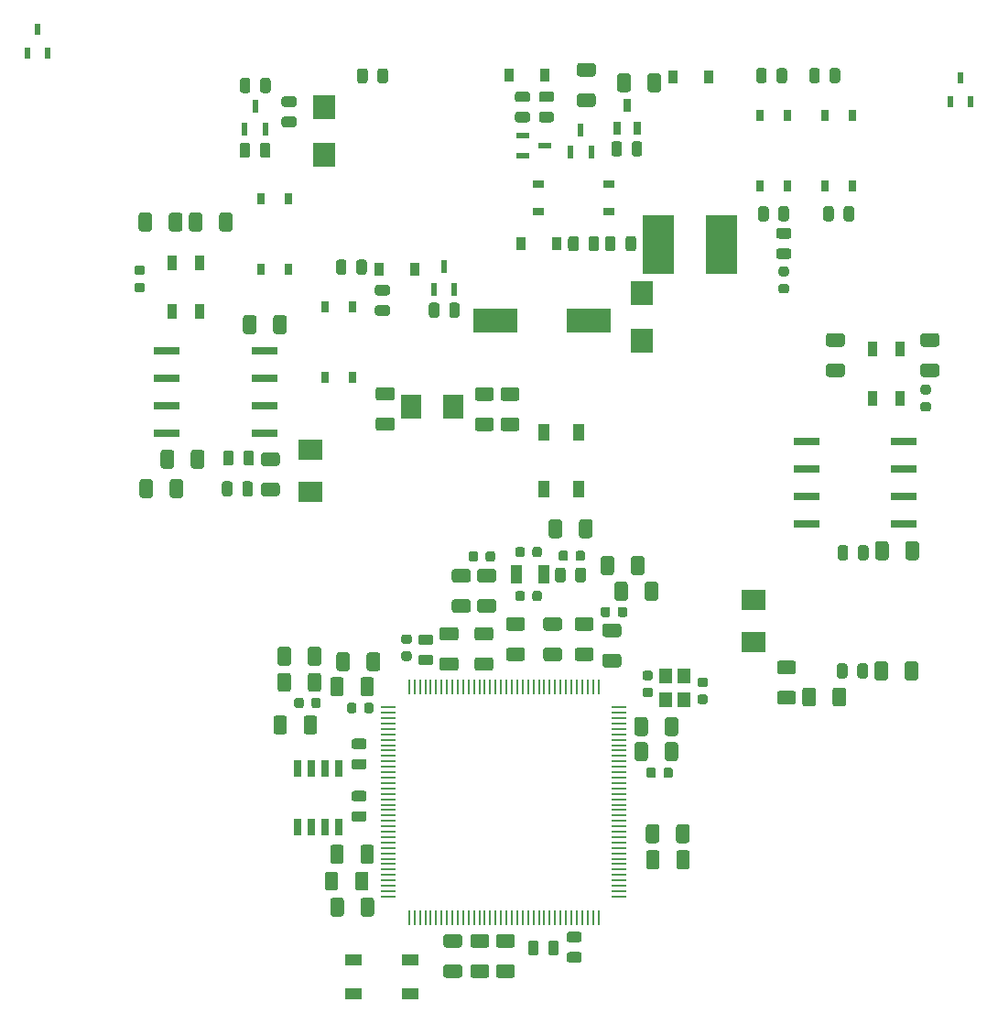
<source format=gtp>
G04 #@! TF.GenerationSoftware,KiCad,Pcbnew,(5.1.6-0-10_14)*
G04 #@! TF.CreationDate,2022-02-24T22:08:20+01:00*
G04 #@! TF.ProjectId,CHAdeMO_V2.0,43484164-654d-44f5-9f56-322e302e6b69,rev?*
G04 #@! TF.SameCoordinates,Original*
G04 #@! TF.FileFunction,Paste,Top*
G04 #@! TF.FilePolarity,Positive*
%FSLAX46Y46*%
G04 Gerber Fmt 4.6, Leading zero omitted, Abs format (unit mm)*
G04 Created by KiCad (PCBNEW (5.1.6-0-10_14)) date 2022-02-24 22:08:20*
%MOMM*%
%LPD*%
G01*
G04 APERTURE LIST*
%ADD10R,0.900000X1.200000*%
%ADD11R,0.600000X1.050000*%
%ADD12R,0.650000X1.200000*%
%ADD13R,0.600000X1.300000*%
%ADD14R,1.300000X0.600000*%
%ADD15R,0.900000X1.350000*%
%ADD16R,1.900000X2.200000*%
%ADD17R,2.900000X5.450000*%
%ADD18R,2.150000X2.200000*%
%ADD19R,0.800000X1.000000*%
%ADD20R,1.000000X0.800000*%
%ADD21R,1.550000X1.000000*%
%ADD22R,1.000000X1.550000*%
%ADD23R,4.050000X2.300000*%
%ADD24R,0.280000X1.470000*%
%ADD25R,1.470000X0.280000*%
%ADD26R,2.350000X0.700000*%
%ADD27R,1.000000X1.800000*%
%ADD28R,0.650000X1.525000*%
%ADD29R,2.200000X1.900000*%
%ADD30R,1.200000X1.400000*%
G04 APERTURE END LIST*
G04 #@! TO.C,LED2*
G36*
G01*
X122531850Y-77120000D02*
X122019350Y-77120000D01*
G75*
G02*
X121800600Y-76901250I0J218750D01*
G01*
X121800600Y-76463750D01*
G75*
G02*
X122019350Y-76245000I218750J0D01*
G01*
X122531850Y-76245000D01*
G75*
G02*
X122750600Y-76463750I0J-218750D01*
G01*
X122750600Y-76901250D01*
G75*
G02*
X122531850Y-77120000I-218750J0D01*
G01*
G37*
G36*
G01*
X122531850Y-78695000D02*
X122019350Y-78695000D01*
G75*
G02*
X121800600Y-78476250I0J218750D01*
G01*
X121800600Y-78038750D01*
G75*
G02*
X122019350Y-77820000I218750J0D01*
G01*
X122531850Y-77820000D01*
G75*
G02*
X122750600Y-78038750I0J-218750D01*
G01*
X122750600Y-78476250D01*
G75*
G02*
X122531850Y-78695000I-218750J0D01*
G01*
G37*
G04 #@! TD*
G04 #@! TO.C,LED1*
G36*
G01*
X87644950Y-111102700D02*
X87132450Y-111102700D01*
G75*
G02*
X86913700Y-110883950I0J218750D01*
G01*
X86913700Y-110446450D01*
G75*
G02*
X87132450Y-110227700I218750J0D01*
G01*
X87644950Y-110227700D01*
G75*
G02*
X87863700Y-110446450I0J-218750D01*
G01*
X87863700Y-110883950D01*
G75*
G02*
X87644950Y-111102700I-218750J0D01*
G01*
G37*
G36*
G01*
X87644950Y-112677700D02*
X87132450Y-112677700D01*
G75*
G02*
X86913700Y-112458950I0J218750D01*
G01*
X86913700Y-112021450D01*
G75*
G02*
X87132450Y-111802700I218750J0D01*
G01*
X87644950Y-111802700D01*
G75*
G02*
X87863700Y-112021450I0J-218750D01*
G01*
X87863700Y-112458950D01*
G75*
G02*
X87644950Y-112677700I-218750J0D01*
G01*
G37*
G04 #@! TD*
D10*
G04 #@! TO.C,D1*
X88187800Y-76476200D03*
X84887800Y-76476200D03*
G04 #@! TD*
G04 #@! TO.C,D2*
X115315000Y-58699400D03*
X112015000Y-58699400D03*
G04 #@! TD*
G04 #@! TO.C,D8*
X100202000Y-58547000D03*
X96902000Y-58547000D03*
G04 #@! TD*
G04 #@! TO.C,D7*
X101268800Y-74079100D03*
X97968800Y-74079100D03*
G04 #@! TD*
G04 #@! TO.C,R30*
G36*
G01*
X121819350Y-74541800D02*
X122731850Y-74541800D01*
G75*
G02*
X122975600Y-74785550I0J-243750D01*
G01*
X122975600Y-75273050D01*
G75*
G02*
X122731850Y-75516800I-243750J0D01*
G01*
X121819350Y-75516800D01*
G75*
G02*
X121575600Y-75273050I0J243750D01*
G01*
X121575600Y-74785550D01*
G75*
G02*
X121819350Y-74541800I243750J0D01*
G01*
G37*
G36*
G01*
X121819350Y-72666800D02*
X122731850Y-72666800D01*
G75*
G02*
X122975600Y-72910550I0J-243750D01*
G01*
X122975600Y-73398050D01*
G75*
G02*
X122731850Y-73641800I-243750J0D01*
G01*
X121819350Y-73641800D01*
G75*
G02*
X121575600Y-73398050I0J243750D01*
G01*
X121575600Y-72910550D01*
G75*
G02*
X121819350Y-72666800I243750J0D01*
G01*
G37*
G04 #@! TD*
G04 #@! TO.C,R23*
G36*
G01*
X106738000Y-73648250D02*
X106738000Y-74560750D01*
G75*
G02*
X106494250Y-74804500I-243750J0D01*
G01*
X106006750Y-74804500D01*
G75*
G02*
X105763000Y-74560750I0J243750D01*
G01*
X105763000Y-73648250D01*
G75*
G02*
X106006750Y-73404500I243750J0D01*
G01*
X106494250Y-73404500D01*
G75*
G02*
X106738000Y-73648250I0J-243750D01*
G01*
G37*
G36*
G01*
X108613000Y-73648250D02*
X108613000Y-74560750D01*
G75*
G02*
X108369250Y-74804500I-243750J0D01*
G01*
X107881750Y-74804500D01*
G75*
G02*
X107638000Y-74560750I0J243750D01*
G01*
X107638000Y-73648250D01*
G75*
G02*
X107881750Y-73404500I243750J0D01*
G01*
X108369250Y-73404500D01*
G75*
G02*
X108613000Y-73648250I0J-243750D01*
G01*
G37*
G04 #@! TD*
G04 #@! TO.C,R24*
G36*
G01*
X107309500Y-64885250D02*
X107309500Y-65797750D01*
G75*
G02*
X107065750Y-66041500I-243750J0D01*
G01*
X106578250Y-66041500D01*
G75*
G02*
X106334500Y-65797750I0J243750D01*
G01*
X106334500Y-64885250D01*
G75*
G02*
X106578250Y-64641500I243750J0D01*
G01*
X107065750Y-64641500D01*
G75*
G02*
X107309500Y-64885250I0J-243750D01*
G01*
G37*
G36*
G01*
X109184500Y-64885250D02*
X109184500Y-65797750D01*
G75*
G02*
X108940750Y-66041500I-243750J0D01*
G01*
X108453250Y-66041500D01*
G75*
G02*
X108209500Y-65797750I0J243750D01*
G01*
X108209500Y-64885250D01*
G75*
G02*
X108453250Y-64641500I243750J0D01*
G01*
X108940750Y-64641500D01*
G75*
G02*
X109184500Y-64885250I0J-243750D01*
G01*
G37*
G04 #@! TD*
G04 #@! TO.C,R29*
G36*
G01*
X103309000Y-73648250D02*
X103309000Y-74560750D01*
G75*
G02*
X103065250Y-74804500I-243750J0D01*
G01*
X102577750Y-74804500D01*
G75*
G02*
X102334000Y-74560750I0J243750D01*
G01*
X102334000Y-73648250D01*
G75*
G02*
X102577750Y-73404500I243750J0D01*
G01*
X103065250Y-73404500D01*
G75*
G02*
X103309000Y-73648250I0J-243750D01*
G01*
G37*
G36*
G01*
X105184000Y-73648250D02*
X105184000Y-74560750D01*
G75*
G02*
X104940250Y-74804500I-243750J0D01*
G01*
X104452750Y-74804500D01*
G75*
G02*
X104209000Y-74560750I0J243750D01*
G01*
X104209000Y-73648250D01*
G75*
G02*
X104452750Y-73404500I243750J0D01*
G01*
X104940250Y-73404500D01*
G75*
G02*
X105184000Y-73648250I0J-243750D01*
G01*
G37*
G04 #@! TD*
G04 #@! TO.C,R21*
G36*
G01*
X100786250Y-61018000D02*
X99873750Y-61018000D01*
G75*
G02*
X99630000Y-60774250I0J243750D01*
G01*
X99630000Y-60286750D01*
G75*
G02*
X99873750Y-60043000I243750J0D01*
G01*
X100786250Y-60043000D01*
G75*
G02*
X101030000Y-60286750I0J-243750D01*
G01*
X101030000Y-60774250D01*
G75*
G02*
X100786250Y-61018000I-243750J0D01*
G01*
G37*
G36*
G01*
X100786250Y-62893000D02*
X99873750Y-62893000D01*
G75*
G02*
X99630000Y-62649250I0J243750D01*
G01*
X99630000Y-62161750D01*
G75*
G02*
X99873750Y-61918000I243750J0D01*
G01*
X100786250Y-61918000D01*
G75*
G02*
X101030000Y-62161750I0J-243750D01*
G01*
X101030000Y-62649250D01*
G75*
G02*
X100786250Y-62893000I-243750J0D01*
G01*
G37*
G04 #@! TD*
G04 #@! TO.C,R28*
G36*
G01*
X120883100Y-70892350D02*
X120883100Y-71804850D01*
G75*
G02*
X120639350Y-72048600I-243750J0D01*
G01*
X120151850Y-72048600D01*
G75*
G02*
X119908100Y-71804850I0J243750D01*
G01*
X119908100Y-70892350D01*
G75*
G02*
X120151850Y-70648600I243750J0D01*
G01*
X120639350Y-70648600D01*
G75*
G02*
X120883100Y-70892350I0J-243750D01*
G01*
G37*
G36*
G01*
X122758100Y-70892350D02*
X122758100Y-71804850D01*
G75*
G02*
X122514350Y-72048600I-243750J0D01*
G01*
X122026850Y-72048600D01*
G75*
G02*
X121783100Y-71804850I0J243750D01*
G01*
X121783100Y-70892350D01*
G75*
G02*
X122026850Y-70648600I243750J0D01*
G01*
X122514350Y-70648600D01*
G75*
G02*
X122758100Y-70892350I0J-243750D01*
G01*
G37*
G04 #@! TD*
G04 #@! TO.C,R27*
G36*
G01*
X127805600Y-71804850D02*
X127805600Y-70892350D01*
G75*
G02*
X128049350Y-70648600I243750J0D01*
G01*
X128536850Y-70648600D01*
G75*
G02*
X128780600Y-70892350I0J-243750D01*
G01*
X128780600Y-71804850D01*
G75*
G02*
X128536850Y-72048600I-243750J0D01*
G01*
X128049350Y-72048600D01*
G75*
G02*
X127805600Y-71804850I0J243750D01*
G01*
G37*
G36*
G01*
X125930600Y-71804850D02*
X125930600Y-70892350D01*
G75*
G02*
X126174350Y-70648600I243750J0D01*
G01*
X126661850Y-70648600D01*
G75*
G02*
X126905600Y-70892350I0J-243750D01*
G01*
X126905600Y-71804850D01*
G75*
G02*
X126661850Y-72048600I-243750J0D01*
G01*
X126174350Y-72048600D01*
G75*
G02*
X125930600Y-71804850I0J243750D01*
G01*
G37*
G04 #@! TD*
G04 #@! TO.C,R19*
G36*
G01*
X91331200Y-80720250D02*
X91331200Y-79807750D01*
G75*
G02*
X91574950Y-79564000I243750J0D01*
G01*
X92062450Y-79564000D01*
G75*
G02*
X92306200Y-79807750I0J-243750D01*
G01*
X92306200Y-80720250D01*
G75*
G02*
X92062450Y-80964000I-243750J0D01*
G01*
X91574950Y-80964000D01*
G75*
G02*
X91331200Y-80720250I0J243750D01*
G01*
G37*
G36*
G01*
X89456200Y-80720250D02*
X89456200Y-79807750D01*
G75*
G02*
X89699950Y-79564000I243750J0D01*
G01*
X90187450Y-79564000D01*
G75*
G02*
X90431200Y-79807750I0J-243750D01*
G01*
X90431200Y-80720250D01*
G75*
G02*
X90187450Y-80964000I-243750J0D01*
G01*
X89699950Y-80964000D01*
G75*
G02*
X89456200Y-80720250I0J243750D01*
G01*
G37*
G04 #@! TD*
G04 #@! TO.C,R9*
G36*
G01*
X73830600Y-65937450D02*
X73830600Y-65024950D01*
G75*
G02*
X74074350Y-64781200I243750J0D01*
G01*
X74561850Y-64781200D01*
G75*
G02*
X74805600Y-65024950I0J-243750D01*
G01*
X74805600Y-65937450D01*
G75*
G02*
X74561850Y-66181200I-243750J0D01*
G01*
X74074350Y-66181200D01*
G75*
G02*
X73830600Y-65937450I0J243750D01*
G01*
G37*
G36*
G01*
X71955600Y-65937450D02*
X71955600Y-65024950D01*
G75*
G02*
X72199350Y-64781200I243750J0D01*
G01*
X72686850Y-64781200D01*
G75*
G02*
X72930600Y-65024950I0J-243750D01*
G01*
X72930600Y-65937450D01*
G75*
G02*
X72686850Y-66181200I-243750J0D01*
G01*
X72199350Y-66181200D01*
G75*
G02*
X71955600Y-65937450I0J243750D01*
G01*
G37*
G04 #@! TD*
G04 #@! TO.C,R22*
G36*
G01*
X97663950Y-61918000D02*
X98576450Y-61918000D01*
G75*
G02*
X98820200Y-62161750I0J-243750D01*
G01*
X98820200Y-62649250D01*
G75*
G02*
X98576450Y-62893000I-243750J0D01*
G01*
X97663950Y-62893000D01*
G75*
G02*
X97420200Y-62649250I0J243750D01*
G01*
X97420200Y-62161750D01*
G75*
G02*
X97663950Y-61918000I243750J0D01*
G01*
G37*
G36*
G01*
X97663950Y-60043000D02*
X98576450Y-60043000D01*
G75*
G02*
X98820200Y-60286750I0J-243750D01*
G01*
X98820200Y-60774250D01*
G75*
G02*
X98576450Y-61018000I-243750J0D01*
G01*
X97663950Y-61018000D01*
G75*
G02*
X97420200Y-60774250I0J243750D01*
G01*
X97420200Y-60286750D01*
G75*
G02*
X97663950Y-60043000I243750J0D01*
G01*
G37*
G04 #@! TD*
G04 #@! TO.C,R18*
G36*
G01*
X99600600Y-138761150D02*
X99600600Y-139673650D01*
G75*
G02*
X99356850Y-139917400I-243750J0D01*
G01*
X98869350Y-139917400D01*
G75*
G02*
X98625600Y-139673650I0J243750D01*
G01*
X98625600Y-138761150D01*
G75*
G02*
X98869350Y-138517400I243750J0D01*
G01*
X99356850Y-138517400D01*
G75*
G02*
X99600600Y-138761150I0J-243750D01*
G01*
G37*
G36*
G01*
X101475600Y-138761150D02*
X101475600Y-139673650D01*
G75*
G02*
X101231850Y-139917400I-243750J0D01*
G01*
X100744350Y-139917400D01*
G75*
G02*
X100500600Y-139673650I0J243750D01*
G01*
X100500600Y-138761150D01*
G75*
G02*
X100744350Y-138517400I243750J0D01*
G01*
X101231850Y-138517400D01*
G75*
G02*
X101475600Y-138761150I0J-243750D01*
G01*
G37*
G04 #@! TD*
G04 #@! TO.C,R17*
G36*
G01*
X103351650Y-138691200D02*
X102439150Y-138691200D01*
G75*
G02*
X102195400Y-138447450I0J243750D01*
G01*
X102195400Y-137959950D01*
G75*
G02*
X102439150Y-137716200I243750J0D01*
G01*
X103351650Y-137716200D01*
G75*
G02*
X103595400Y-137959950I0J-243750D01*
G01*
X103595400Y-138447450D01*
G75*
G02*
X103351650Y-138691200I-243750J0D01*
G01*
G37*
G36*
G01*
X103351650Y-140566200D02*
X102439150Y-140566200D01*
G75*
G02*
X102195400Y-140322450I0J243750D01*
G01*
X102195400Y-139834950D01*
G75*
G02*
X102439150Y-139591200I243750J0D01*
G01*
X103351650Y-139591200D01*
G75*
G02*
X103595400Y-139834950I0J-243750D01*
G01*
X103595400Y-140322450D01*
G75*
G02*
X103351650Y-140566200I-243750J0D01*
G01*
G37*
G04 #@! TD*
D11*
G04 #@! TO.C,D5*
X53247600Y-54322800D03*
X54197600Y-56522800D03*
X52297600Y-56522800D03*
G04 #@! TD*
G04 #@! TO.C,D4*
X138633200Y-58767800D03*
X139583200Y-60967800D03*
X137683200Y-60967800D03*
G04 #@! TD*
D12*
G04 #@! TO.C,Q5*
X107797600Y-61307000D03*
X108757600Y-63407000D03*
X106837600Y-63407000D03*
G04 #@! TD*
D13*
G04 #@! TO.C,Q3*
X103505000Y-63567600D03*
X104455000Y-65667600D03*
X102555000Y-65667600D03*
G04 #@! TD*
D14*
G04 #@! TO.C,Q4*
X100211600Y-65024000D03*
X98111600Y-65974000D03*
X98111600Y-64074000D03*
G04 #@! TD*
D13*
G04 #@! TO.C,Q2*
X90881200Y-76226200D03*
X91831200Y-78326200D03*
X89931200Y-78326200D03*
G04 #@! TD*
G04 #@! TO.C,Q1*
X73380600Y-61434000D03*
X74330600Y-63534000D03*
X72430600Y-63534000D03*
G04 #@! TD*
D15*
G04 #@! TO.C,L6*
X130499800Y-83831000D03*
X132999800Y-83831000D03*
X132999800Y-88381000D03*
X130499800Y-88381000D03*
G04 #@! TD*
G04 #@! TO.C,L5*
X65724600Y-75847000D03*
X68224600Y-75847000D03*
X68224600Y-80397000D03*
X65724600Y-80397000D03*
G04 #@! TD*
D16*
G04 #@! TO.C,L9*
X87839000Y-89179400D03*
X91739000Y-89179400D03*
G04 #@! TD*
G04 #@! TO.C,F2*
G36*
G01*
X108127500Y-58607800D02*
X108127500Y-59857800D01*
G75*
G02*
X107877500Y-60107800I-250000J0D01*
G01*
X107127500Y-60107800D01*
G75*
G02*
X106877500Y-59857800I0J250000D01*
G01*
X106877500Y-58607800D01*
G75*
G02*
X107127500Y-58357800I250000J0D01*
G01*
X107877500Y-58357800D01*
G75*
G02*
X108127500Y-58607800I0J-250000D01*
G01*
G37*
G36*
G01*
X110927500Y-58607800D02*
X110927500Y-59857800D01*
G75*
G02*
X110677500Y-60107800I-250000J0D01*
G01*
X109927500Y-60107800D01*
G75*
G02*
X109677500Y-59857800I0J250000D01*
G01*
X109677500Y-58607800D01*
G75*
G02*
X109927500Y-58357800I250000J0D01*
G01*
X110677500Y-58357800D01*
G75*
G02*
X110927500Y-58607800I0J-250000D01*
G01*
G37*
G04 #@! TD*
G04 #@! TO.C,F3*
G36*
G01*
X104638000Y-58661000D02*
X103388000Y-58661000D01*
G75*
G02*
X103138000Y-58411000I0J250000D01*
G01*
X103138000Y-57661000D01*
G75*
G02*
X103388000Y-57411000I250000J0D01*
G01*
X104638000Y-57411000D01*
G75*
G02*
X104888000Y-57661000I0J-250000D01*
G01*
X104888000Y-58411000D01*
G75*
G02*
X104638000Y-58661000I-250000J0D01*
G01*
G37*
G36*
G01*
X104638000Y-61461000D02*
X103388000Y-61461000D01*
G75*
G02*
X103138000Y-61211000I0J250000D01*
G01*
X103138000Y-60461000D01*
G75*
G02*
X103388000Y-60211000I250000J0D01*
G01*
X104638000Y-60211000D01*
G75*
G02*
X104888000Y-60461000I0J-250000D01*
G01*
X104888000Y-61211000D01*
G75*
G02*
X104638000Y-61461000I-250000J0D01*
G01*
G37*
G04 #@! TD*
D17*
G04 #@! TO.C,F1*
X110711500Y-74168000D03*
X116491500Y-74168000D03*
G04 #@! TD*
D18*
G04 #@! TO.C,D6*
X109169200Y-83073600D03*
X109169200Y-78673600D03*
G04 #@! TD*
G04 #@! TO.C,D3*
X79781400Y-65896600D03*
X79781400Y-61496600D03*
G04 #@! TD*
D19*
G04 #@! TO.C,U7*
X122603100Y-68744200D03*
X120063100Y-68744200D03*
X120063100Y-62244200D03*
X122603100Y-62244200D03*
G04 #@! TD*
G04 #@! TO.C,U6*
X128625600Y-68744200D03*
X126085600Y-68744200D03*
X126085600Y-62244200D03*
X128625600Y-62244200D03*
G04 #@! TD*
D20*
G04 #@! TO.C,U5*
X99594300Y-71120000D03*
X99594300Y-68580000D03*
X106094300Y-68580000D03*
X106094300Y-71120000D03*
G04 #@! TD*
D19*
G04 #@! TO.C,U4*
X82423000Y-86473400D03*
X79883000Y-86473400D03*
X79883000Y-79973400D03*
X82423000Y-79973400D03*
G04 #@! TD*
G04 #@! TO.C,U3*
X76479400Y-76465800D03*
X73939400Y-76465800D03*
X73939400Y-69965800D03*
X76479400Y-69965800D03*
G04 #@! TD*
D21*
G04 #@! TO.C,S2*
X87765800Y-143484400D03*
X82515800Y-143484400D03*
X87765800Y-140284400D03*
X82515800Y-140284400D03*
G04 #@! TD*
D22*
G04 #@! TO.C,S1*
X103301600Y-91507400D03*
X103301600Y-96757400D03*
X100101600Y-91507400D03*
X100101600Y-96757400D03*
G04 #@! TD*
D23*
G04 #@! TO.C,C44*
X104198200Y-81203800D03*
X95598200Y-81203800D03*
G04 #@! TD*
G04 #@! TO.C,R13*
G36*
G01*
X136413400Y-83636000D02*
X135163400Y-83636000D01*
G75*
G02*
X134913400Y-83386000I0J250000D01*
G01*
X134913400Y-82636000D01*
G75*
G02*
X135163400Y-82386000I250000J0D01*
G01*
X136413400Y-82386000D01*
G75*
G02*
X136663400Y-82636000I0J-250000D01*
G01*
X136663400Y-83386000D01*
G75*
G02*
X136413400Y-83636000I-250000J0D01*
G01*
G37*
G36*
G01*
X136413400Y-86436000D02*
X135163400Y-86436000D01*
G75*
G02*
X134913400Y-86186000I0J250000D01*
G01*
X134913400Y-85436000D01*
G75*
G02*
X135163400Y-85186000I250000J0D01*
G01*
X136413400Y-85186000D01*
G75*
G02*
X136663400Y-85436000I0J-250000D01*
G01*
X136663400Y-86186000D01*
G75*
G02*
X136413400Y-86436000I-250000J0D01*
G01*
G37*
G04 #@! TD*
G04 #@! TO.C,R12*
G36*
G01*
X126425800Y-85186000D02*
X127675800Y-85186000D01*
G75*
G02*
X127925800Y-85436000I0J-250000D01*
G01*
X127925800Y-86186000D01*
G75*
G02*
X127675800Y-86436000I-250000J0D01*
G01*
X126425800Y-86436000D01*
G75*
G02*
X126175800Y-86186000I0J250000D01*
G01*
X126175800Y-85436000D01*
G75*
G02*
X126425800Y-85186000I250000J0D01*
G01*
G37*
G36*
G01*
X126425800Y-82386000D02*
X127675800Y-82386000D01*
G75*
G02*
X127925800Y-82636000I0J-250000D01*
G01*
X127925800Y-83386000D01*
G75*
G02*
X127675800Y-83636000I-250000J0D01*
G01*
X126425800Y-83636000D01*
G75*
G02*
X126175800Y-83386000I0J250000D01*
G01*
X126175800Y-82636000D01*
G75*
G02*
X126425800Y-82386000I250000J0D01*
G01*
G37*
G04 #@! TD*
G04 #@! TO.C,C35*
G36*
G01*
X135142150Y-88742000D02*
X135654650Y-88742000D01*
G75*
G02*
X135873400Y-88960750I0J-218750D01*
G01*
X135873400Y-89398250D01*
G75*
G02*
X135654650Y-89617000I-218750J0D01*
G01*
X135142150Y-89617000D01*
G75*
G02*
X134923400Y-89398250I0J218750D01*
G01*
X134923400Y-88960750D01*
G75*
G02*
X135142150Y-88742000I218750J0D01*
G01*
G37*
G36*
G01*
X135142150Y-87167000D02*
X135654650Y-87167000D01*
G75*
G02*
X135873400Y-87385750I0J-218750D01*
G01*
X135873400Y-87823250D01*
G75*
G02*
X135654650Y-88042000I-218750J0D01*
G01*
X135142150Y-88042000D01*
G75*
G02*
X134923400Y-87823250I0J218750D01*
G01*
X134923400Y-87385750D01*
G75*
G02*
X135142150Y-87167000I218750J0D01*
G01*
G37*
G04 #@! TD*
D24*
G04 #@! TO.C,U2*
X105130500Y-136385000D03*
X104630500Y-136385000D03*
X104130500Y-136385000D03*
X103630500Y-136385000D03*
X103130500Y-136385000D03*
X102630500Y-136385000D03*
X102130500Y-136385000D03*
X101630500Y-136385000D03*
X101130500Y-136385000D03*
X100630500Y-136385000D03*
X100130500Y-136385000D03*
X99630500Y-136385000D03*
X99130500Y-136385000D03*
X98630500Y-136385000D03*
X98130500Y-136385000D03*
X97630500Y-136385000D03*
X97130500Y-136385000D03*
X96630500Y-136385000D03*
X96130500Y-136385000D03*
X95630500Y-136385000D03*
X95130500Y-136385000D03*
X94630500Y-136385000D03*
X94130500Y-136385000D03*
X93630500Y-136385000D03*
X93130500Y-136385000D03*
X92630500Y-136385000D03*
X92130500Y-136385000D03*
X91630500Y-136385000D03*
X91130500Y-136385000D03*
X90630500Y-136385000D03*
X90130500Y-136385000D03*
X89630500Y-136385000D03*
X89130500Y-136385000D03*
X88630500Y-136385000D03*
X88130500Y-136385000D03*
X87630500Y-136385000D03*
D25*
X85710500Y-134465000D03*
X85710500Y-133965000D03*
X85710500Y-133465000D03*
X85710500Y-132965000D03*
X85710500Y-132465000D03*
X85710500Y-131965000D03*
X85710500Y-131465000D03*
X85710500Y-130965000D03*
X85710500Y-130465000D03*
X85710500Y-129965000D03*
X85710500Y-129465000D03*
X85710500Y-128965000D03*
X85710500Y-128465000D03*
X85710500Y-127965000D03*
X85710500Y-127465000D03*
X85710500Y-126965000D03*
X85710500Y-126465000D03*
X85710500Y-125965000D03*
X85710500Y-125465000D03*
X85710500Y-124965000D03*
X85710500Y-124465000D03*
X85710500Y-123965000D03*
X85710500Y-123465000D03*
X85710500Y-122965000D03*
X85710500Y-122465000D03*
X85710500Y-121965000D03*
X85710500Y-121465000D03*
X85710500Y-120965000D03*
X85710500Y-120465000D03*
X85710500Y-119965000D03*
X85710500Y-119465000D03*
X85710500Y-118965000D03*
X85710500Y-118465000D03*
X85710500Y-117965000D03*
X85710500Y-117465000D03*
X85710500Y-116965000D03*
D24*
X87630500Y-115045000D03*
X88130500Y-115045000D03*
X88630500Y-115045000D03*
X89130500Y-115045000D03*
X89630500Y-115045000D03*
X90130500Y-115045000D03*
X90630500Y-115045000D03*
X91130500Y-115045000D03*
X91630500Y-115045000D03*
X92130500Y-115045000D03*
X92630500Y-115045000D03*
X93130500Y-115045000D03*
X93630500Y-115045000D03*
X94130500Y-115045000D03*
X94630500Y-115045000D03*
X95130500Y-115045000D03*
X95630500Y-115045000D03*
X96130500Y-115045000D03*
X96630500Y-115045000D03*
X97130500Y-115045000D03*
X97630500Y-115045000D03*
X98130500Y-115045000D03*
X98630500Y-115045000D03*
X99130500Y-115045000D03*
X99630500Y-115045000D03*
X100130500Y-115045000D03*
X100630500Y-115045000D03*
X101130500Y-115045000D03*
X101630500Y-115045000D03*
X102130500Y-115045000D03*
X102630500Y-115045000D03*
X103130500Y-115045000D03*
X103630500Y-115045000D03*
X104130500Y-115045000D03*
X104630500Y-115045000D03*
X105130500Y-115045000D03*
D25*
X107050500Y-116965000D03*
X107050500Y-117465000D03*
X107050500Y-117965000D03*
X107050500Y-118465000D03*
X107050500Y-118965000D03*
X107050500Y-119465000D03*
X107050500Y-119965000D03*
X107050500Y-120465000D03*
X107050500Y-120965000D03*
X107050500Y-121465000D03*
X107050500Y-121965000D03*
X107050500Y-122465000D03*
X107050500Y-122965000D03*
X107050500Y-123465000D03*
X107050500Y-123965000D03*
X107050500Y-124465000D03*
X107050500Y-124965000D03*
X107050500Y-125465000D03*
X107050500Y-125965000D03*
X107050500Y-126465000D03*
X107050500Y-126965000D03*
X107050500Y-127465000D03*
X107050500Y-127965000D03*
X107050500Y-128465000D03*
X107050500Y-128965000D03*
X107050500Y-129465000D03*
X107050500Y-129965000D03*
X107050500Y-130465000D03*
X107050500Y-130965000D03*
X107050500Y-131465000D03*
X107050500Y-131965000D03*
X107050500Y-132465000D03*
X107050500Y-132965000D03*
X107050500Y-133465000D03*
X107050500Y-133965000D03*
X107050500Y-134465000D03*
G04 #@! TD*
G04 #@! TO.C,R26*
G36*
G01*
X120708000Y-58116150D02*
X120708000Y-59028650D01*
G75*
G02*
X120464250Y-59272400I-243750J0D01*
G01*
X119976750Y-59272400D01*
G75*
G02*
X119733000Y-59028650I0J243750D01*
G01*
X119733000Y-58116150D01*
G75*
G02*
X119976750Y-57872400I243750J0D01*
G01*
X120464250Y-57872400D01*
G75*
G02*
X120708000Y-58116150I0J-243750D01*
G01*
G37*
G36*
G01*
X122583000Y-58116150D02*
X122583000Y-59028650D01*
G75*
G02*
X122339250Y-59272400I-243750J0D01*
G01*
X121851750Y-59272400D01*
G75*
G02*
X121608000Y-59028650I0J243750D01*
G01*
X121608000Y-58116150D01*
G75*
G02*
X121851750Y-57872400I243750J0D01*
G01*
X122339250Y-57872400D01*
G75*
G02*
X122583000Y-58116150I0J-243750D01*
G01*
G37*
G04 #@! TD*
G04 #@! TO.C,R25*
G36*
G01*
X125610200Y-58116150D02*
X125610200Y-59028650D01*
G75*
G02*
X125366450Y-59272400I-243750J0D01*
G01*
X124878950Y-59272400D01*
G75*
G02*
X124635200Y-59028650I0J243750D01*
G01*
X124635200Y-58116150D01*
G75*
G02*
X124878950Y-57872400I243750J0D01*
G01*
X125366450Y-57872400D01*
G75*
G02*
X125610200Y-58116150I0J-243750D01*
G01*
G37*
G36*
G01*
X127485200Y-58116150D02*
X127485200Y-59028650D01*
G75*
G02*
X127241450Y-59272400I-243750J0D01*
G01*
X126753950Y-59272400D01*
G75*
G02*
X126510200Y-59028650I0J243750D01*
G01*
X126510200Y-58116150D01*
G75*
G02*
X126753950Y-57872400I243750J0D01*
G01*
X127241450Y-57872400D01*
G75*
G02*
X127485200Y-58116150I0J-243750D01*
G01*
G37*
G04 #@! TD*
D26*
G04 #@! TO.C,IC2*
X65223400Y-91643200D03*
X65223400Y-89103200D03*
X65223400Y-86563200D03*
X65223400Y-84023200D03*
X74273400Y-84023200D03*
X74273400Y-86563200D03*
X74273400Y-89103200D03*
X74273400Y-91643200D03*
G04 #@! TD*
G04 #@! TO.C,R14*
G36*
G01*
X84709950Y-79799600D02*
X85622450Y-79799600D01*
G75*
G02*
X85866200Y-80043350I0J-243750D01*
G01*
X85866200Y-80530850D01*
G75*
G02*
X85622450Y-80774600I-243750J0D01*
G01*
X84709950Y-80774600D01*
G75*
G02*
X84466200Y-80530850I0J243750D01*
G01*
X84466200Y-80043350D01*
G75*
G02*
X84709950Y-79799600I243750J0D01*
G01*
G37*
G36*
G01*
X84709950Y-77924600D02*
X85622450Y-77924600D01*
G75*
G02*
X85866200Y-78168350I0J-243750D01*
G01*
X85866200Y-78655850D01*
G75*
G02*
X85622450Y-78899600I-243750J0D01*
G01*
X84709950Y-78899600D01*
G75*
G02*
X84466200Y-78655850I0J243750D01*
G01*
X84466200Y-78168350D01*
G75*
G02*
X84709950Y-77924600I243750J0D01*
G01*
G37*
G04 #@! TD*
G04 #@! TO.C,R2*
G36*
G01*
X89622950Y-111202700D02*
X88710450Y-111202700D01*
G75*
G02*
X88466700Y-110958950I0J243750D01*
G01*
X88466700Y-110471450D01*
G75*
G02*
X88710450Y-110227700I243750J0D01*
G01*
X89622950Y-110227700D01*
G75*
G02*
X89866700Y-110471450I0J-243750D01*
G01*
X89866700Y-110958950D01*
G75*
G02*
X89622950Y-111202700I-243750J0D01*
G01*
G37*
G36*
G01*
X89622950Y-113077700D02*
X88710450Y-113077700D01*
G75*
G02*
X88466700Y-112833950I0J243750D01*
G01*
X88466700Y-112346450D01*
G75*
G02*
X88710450Y-112102700I243750J0D01*
G01*
X89622950Y-112102700D01*
G75*
G02*
X89866700Y-112346450I0J-243750D01*
G01*
X89866700Y-112833950D01*
G75*
G02*
X89622950Y-113077700I-243750J0D01*
G01*
G37*
G04 #@! TD*
G04 #@! TO.C,C37*
G36*
G01*
X73520000Y-80959800D02*
X73520000Y-82209800D01*
G75*
G02*
X73270000Y-82459800I-250000J0D01*
G01*
X72520000Y-82459800D01*
G75*
G02*
X72270000Y-82209800I0J250000D01*
G01*
X72270000Y-80959800D01*
G75*
G02*
X72520000Y-80709800I250000J0D01*
G01*
X73270000Y-80709800D01*
G75*
G02*
X73520000Y-80959800I0J-250000D01*
G01*
G37*
G36*
G01*
X76320000Y-80959800D02*
X76320000Y-82209800D01*
G75*
G02*
X76070000Y-82459800I-250000J0D01*
G01*
X75320000Y-82459800D01*
G75*
G02*
X75070000Y-82209800I0J250000D01*
G01*
X75070000Y-80959800D01*
G75*
G02*
X75320000Y-80709800I250000J0D01*
G01*
X76070000Y-80709800D01*
G75*
G02*
X76320000Y-80959800I0J-250000D01*
G01*
G37*
G04 #@! TD*
G04 #@! TO.C,C36*
G36*
G01*
X123154600Y-113906000D02*
X121904600Y-113906000D01*
G75*
G02*
X121654600Y-113656000I0J250000D01*
G01*
X121654600Y-112906000D01*
G75*
G02*
X121904600Y-112656000I250000J0D01*
G01*
X123154600Y-112656000D01*
G75*
G02*
X123404600Y-112906000I0J-250000D01*
G01*
X123404600Y-113656000D01*
G75*
G02*
X123154600Y-113906000I-250000J0D01*
G01*
G37*
G36*
G01*
X123154600Y-116706000D02*
X121904600Y-116706000D01*
G75*
G02*
X121654600Y-116456000I0J250000D01*
G01*
X121654600Y-115706000D01*
G75*
G02*
X121904600Y-115456000I250000J0D01*
G01*
X123154600Y-115456000D01*
G75*
G02*
X123404600Y-115706000I0J-250000D01*
G01*
X123404600Y-116456000D01*
G75*
G02*
X123154600Y-116706000I-250000J0D01*
G01*
G37*
G04 #@! TD*
G04 #@! TO.C,C33*
G36*
G01*
X65900000Y-93405800D02*
X65900000Y-94655800D01*
G75*
G02*
X65650000Y-94905800I-250000J0D01*
G01*
X64900000Y-94905800D01*
G75*
G02*
X64650000Y-94655800I0J250000D01*
G01*
X64650000Y-93405800D01*
G75*
G02*
X64900000Y-93155800I250000J0D01*
G01*
X65650000Y-93155800D01*
G75*
G02*
X65900000Y-93405800I0J-250000D01*
G01*
G37*
G36*
G01*
X68700000Y-93405800D02*
X68700000Y-94655800D01*
G75*
G02*
X68450000Y-94905800I-250000J0D01*
G01*
X67700000Y-94905800D01*
G75*
G02*
X67450000Y-94655800I0J250000D01*
G01*
X67450000Y-93405800D01*
G75*
G02*
X67700000Y-93155800I250000J0D01*
G01*
X68450000Y-93155800D01*
G75*
G02*
X68700000Y-93405800I0J-250000D01*
G01*
G37*
G04 #@! TD*
G04 #@! TO.C,C32*
G36*
G01*
X133464600Y-114226500D02*
X133464600Y-112976500D01*
G75*
G02*
X133714600Y-112726500I250000J0D01*
G01*
X134464600Y-112726500D01*
G75*
G02*
X134714600Y-112976500I0J-250000D01*
G01*
X134714600Y-114226500D01*
G75*
G02*
X134464600Y-114476500I-250000J0D01*
G01*
X133714600Y-114476500D01*
G75*
G02*
X133464600Y-114226500I0J250000D01*
G01*
G37*
G36*
G01*
X130664600Y-114226500D02*
X130664600Y-112976500D01*
G75*
G02*
X130914600Y-112726500I250000J0D01*
G01*
X131664600Y-112726500D01*
G75*
G02*
X131914600Y-112976500I0J-250000D01*
G01*
X131914600Y-114226500D01*
G75*
G02*
X131664600Y-114476500I-250000J0D01*
G01*
X130914600Y-114476500D01*
G75*
G02*
X130664600Y-114226500I0J250000D01*
G01*
G37*
G04 #@! TD*
G04 #@! TO.C,C29*
G36*
G01*
X111265000Y-121681400D02*
X111265000Y-120431400D01*
G75*
G02*
X111515000Y-120181400I250000J0D01*
G01*
X112265000Y-120181400D01*
G75*
G02*
X112515000Y-120431400I0J-250000D01*
G01*
X112515000Y-121681400D01*
G75*
G02*
X112265000Y-121931400I-250000J0D01*
G01*
X111515000Y-121931400D01*
G75*
G02*
X111265000Y-121681400I0J250000D01*
G01*
G37*
G36*
G01*
X108465000Y-121681400D02*
X108465000Y-120431400D01*
G75*
G02*
X108715000Y-120181400I250000J0D01*
G01*
X109465000Y-120181400D01*
G75*
G02*
X109715000Y-120431400I0J-250000D01*
G01*
X109715000Y-121681400D01*
G75*
G02*
X109465000Y-121931400I-250000J0D01*
G01*
X108715000Y-121931400D01*
G75*
G02*
X108465000Y-121681400I0J250000D01*
G01*
G37*
G04 #@! TD*
G04 #@! TO.C,C26*
G36*
G01*
X82156000Y-112125600D02*
X82156000Y-113375600D01*
G75*
G02*
X81906000Y-113625600I-250000J0D01*
G01*
X81156000Y-113625600D01*
G75*
G02*
X80906000Y-113375600I0J250000D01*
G01*
X80906000Y-112125600D01*
G75*
G02*
X81156000Y-111875600I250000J0D01*
G01*
X81906000Y-111875600D01*
G75*
G02*
X82156000Y-112125600I0J-250000D01*
G01*
G37*
G36*
G01*
X84956000Y-112125600D02*
X84956000Y-113375600D01*
G75*
G02*
X84706000Y-113625600I-250000J0D01*
G01*
X83956000Y-113625600D01*
G75*
G02*
X83706000Y-113375600I0J250000D01*
G01*
X83706000Y-112125600D01*
G75*
G02*
X83956000Y-111875600I250000J0D01*
G01*
X84706000Y-111875600D01*
G75*
G02*
X84956000Y-112125600I0J-250000D01*
G01*
G37*
G04 #@! TD*
G04 #@! TO.C,C24*
G36*
G01*
X107000200Y-110477000D02*
X105750200Y-110477000D01*
G75*
G02*
X105500200Y-110227000I0J250000D01*
G01*
X105500200Y-109477000D01*
G75*
G02*
X105750200Y-109227000I250000J0D01*
G01*
X107000200Y-109227000D01*
G75*
G02*
X107250200Y-109477000I0J-250000D01*
G01*
X107250200Y-110227000D01*
G75*
G02*
X107000200Y-110477000I-250000J0D01*
G01*
G37*
G36*
G01*
X107000200Y-113277000D02*
X105750200Y-113277000D01*
G75*
G02*
X105500200Y-113027000I0J250000D01*
G01*
X105500200Y-112277000D01*
G75*
G02*
X105750200Y-112027000I250000J0D01*
G01*
X107000200Y-112027000D01*
G75*
G02*
X107250200Y-112277000I0J-250000D01*
G01*
X107250200Y-113027000D01*
G75*
G02*
X107000200Y-113277000I-250000J0D01*
G01*
G37*
G04 #@! TD*
G04 #@! TO.C,C6*
G36*
G01*
X91043600Y-140729000D02*
X92293600Y-140729000D01*
G75*
G02*
X92543600Y-140979000I0J-250000D01*
G01*
X92543600Y-141729000D01*
G75*
G02*
X92293600Y-141979000I-250000J0D01*
G01*
X91043600Y-141979000D01*
G75*
G02*
X90793600Y-141729000I0J250000D01*
G01*
X90793600Y-140979000D01*
G75*
G02*
X91043600Y-140729000I250000J0D01*
G01*
G37*
G36*
G01*
X91043600Y-137929000D02*
X92293600Y-137929000D01*
G75*
G02*
X92543600Y-138179000I0J-250000D01*
G01*
X92543600Y-138929000D01*
G75*
G02*
X92293600Y-139179000I-250000J0D01*
G01*
X91043600Y-139179000D01*
G75*
G02*
X90793600Y-138929000I0J250000D01*
G01*
X90793600Y-138179000D01*
G75*
G02*
X91043600Y-137929000I250000J0D01*
G01*
G37*
G04 #@! TD*
G04 #@! TO.C,C1*
G36*
G01*
X81597200Y-134807800D02*
X81597200Y-136057800D01*
G75*
G02*
X81347200Y-136307800I-250000J0D01*
G01*
X80597200Y-136307800D01*
G75*
G02*
X80347200Y-136057800I0J250000D01*
G01*
X80347200Y-134807800D01*
G75*
G02*
X80597200Y-134557800I250000J0D01*
G01*
X81347200Y-134557800D01*
G75*
G02*
X81597200Y-134807800I0J-250000D01*
G01*
G37*
G36*
G01*
X84397200Y-134807800D02*
X84397200Y-136057800D01*
G75*
G02*
X84147200Y-136307800I-250000J0D01*
G01*
X83397200Y-136307800D01*
G75*
G02*
X83147200Y-136057800I0J250000D01*
G01*
X83147200Y-134807800D01*
G75*
G02*
X83397200Y-134557800I250000J0D01*
G01*
X84147200Y-134557800D01*
G75*
G02*
X84397200Y-134807800I0J-250000D01*
G01*
G37*
G04 #@! TD*
G04 #@! TO.C,R10*
G36*
G01*
X63868000Y-71485600D02*
X63868000Y-72735600D01*
G75*
G02*
X63618000Y-72985600I-250000J0D01*
G01*
X62868000Y-72985600D01*
G75*
G02*
X62618000Y-72735600I0J250000D01*
G01*
X62618000Y-71485600D01*
G75*
G02*
X62868000Y-71235600I250000J0D01*
G01*
X63618000Y-71235600D01*
G75*
G02*
X63868000Y-71485600I0J-250000D01*
G01*
G37*
G36*
G01*
X66668000Y-71485600D02*
X66668000Y-72735600D01*
G75*
G02*
X66418000Y-72985600I-250000J0D01*
G01*
X65668000Y-72985600D01*
G75*
G02*
X65418000Y-72735600I0J250000D01*
G01*
X65418000Y-71485600D01*
G75*
G02*
X65668000Y-71235600I250000J0D01*
G01*
X66418000Y-71235600D01*
G75*
G02*
X66668000Y-71485600I0J-250000D01*
G01*
G37*
G04 #@! TD*
G04 #@! TO.C,R11*
G36*
G01*
X68516200Y-71485600D02*
X68516200Y-72735600D01*
G75*
G02*
X68266200Y-72985600I-250000J0D01*
G01*
X67516200Y-72985600D01*
G75*
G02*
X67266200Y-72735600I0J250000D01*
G01*
X67266200Y-71485600D01*
G75*
G02*
X67516200Y-71235600I250000J0D01*
G01*
X68266200Y-71235600D01*
G75*
G02*
X68516200Y-71485600I0J-250000D01*
G01*
G37*
G36*
G01*
X71316200Y-71485600D02*
X71316200Y-72735600D01*
G75*
G02*
X71066200Y-72985600I-250000J0D01*
G01*
X70316200Y-72985600D01*
G75*
G02*
X70066200Y-72735600I0J250000D01*
G01*
X70066200Y-71485600D01*
G75*
G02*
X70316200Y-71235600I250000J0D01*
G01*
X71066200Y-71235600D01*
G75*
G02*
X71316200Y-71485600I0J-250000D01*
G01*
G37*
G04 #@! TD*
G04 #@! TO.C,C34*
G36*
G01*
X62456350Y-77718400D02*
X62968850Y-77718400D01*
G75*
G02*
X63187600Y-77937150I0J-218750D01*
G01*
X63187600Y-78374650D01*
G75*
G02*
X62968850Y-78593400I-218750J0D01*
G01*
X62456350Y-78593400D01*
G75*
G02*
X62237600Y-78374650I0J218750D01*
G01*
X62237600Y-77937150D01*
G75*
G02*
X62456350Y-77718400I218750J0D01*
G01*
G37*
G36*
G01*
X62456350Y-76143400D02*
X62968850Y-76143400D01*
G75*
G02*
X63187600Y-76362150I0J-218750D01*
G01*
X63187600Y-76799650D01*
G75*
G02*
X62968850Y-77018400I-218750J0D01*
G01*
X62456350Y-77018400D01*
G75*
G02*
X62237600Y-76799650I0J218750D01*
G01*
X62237600Y-76362150D01*
G75*
G02*
X62456350Y-76143400I218750J0D01*
G01*
G37*
G04 #@! TD*
G04 #@! TO.C,R20*
G36*
G01*
X83801800Y-58141550D02*
X83801800Y-59054050D01*
G75*
G02*
X83558050Y-59297800I-243750J0D01*
G01*
X83070550Y-59297800D01*
G75*
G02*
X82826800Y-59054050I0J243750D01*
G01*
X82826800Y-58141550D01*
G75*
G02*
X83070550Y-57897800I243750J0D01*
G01*
X83558050Y-57897800D01*
G75*
G02*
X83801800Y-58141550I0J-243750D01*
G01*
G37*
G36*
G01*
X85676800Y-58141550D02*
X85676800Y-59054050D01*
G75*
G02*
X85433050Y-59297800I-243750J0D01*
G01*
X84945550Y-59297800D01*
G75*
G02*
X84701800Y-59054050I0J243750D01*
G01*
X84701800Y-58141550D01*
G75*
G02*
X84945550Y-57897800I243750J0D01*
G01*
X85433050Y-57897800D01*
G75*
G02*
X85676800Y-58141550I0J-243750D01*
G01*
G37*
G04 #@! TD*
G04 #@! TO.C,R8*
G36*
G01*
X73853700Y-59943050D02*
X73853700Y-59030550D01*
G75*
G02*
X74097450Y-58786800I243750J0D01*
G01*
X74584950Y-58786800D01*
G75*
G02*
X74828700Y-59030550I0J-243750D01*
G01*
X74828700Y-59943050D01*
G75*
G02*
X74584950Y-60186800I-243750J0D01*
G01*
X74097450Y-60186800D01*
G75*
G02*
X73853700Y-59943050I0J243750D01*
G01*
G37*
G36*
G01*
X71978700Y-59943050D02*
X71978700Y-59030550D01*
G75*
G02*
X72222450Y-58786800I243750J0D01*
G01*
X72709950Y-58786800D01*
G75*
G02*
X72953700Y-59030550I0J-243750D01*
G01*
X72953700Y-59943050D01*
G75*
G02*
X72709950Y-60186800I-243750J0D01*
G01*
X72222450Y-60186800D01*
G75*
G02*
X71978700Y-59943050I0J243750D01*
G01*
G37*
G04 #@! TD*
G04 #@! TO.C,R16*
G36*
G01*
X82746000Y-76732450D02*
X82746000Y-75819950D01*
G75*
G02*
X82989750Y-75576200I243750J0D01*
G01*
X83477250Y-75576200D01*
G75*
G02*
X83721000Y-75819950I0J-243750D01*
G01*
X83721000Y-76732450D01*
G75*
G02*
X83477250Y-76976200I-243750J0D01*
G01*
X82989750Y-76976200D01*
G75*
G02*
X82746000Y-76732450I0J243750D01*
G01*
G37*
G36*
G01*
X80871000Y-76732450D02*
X80871000Y-75819950D01*
G75*
G02*
X81114750Y-75576200I243750J0D01*
G01*
X81602250Y-75576200D01*
G75*
G02*
X81846000Y-75819950I0J-243750D01*
G01*
X81846000Y-76732450D01*
G75*
G02*
X81602250Y-76976200I-243750J0D01*
G01*
X81114750Y-76976200D01*
G75*
G02*
X80871000Y-76732450I0J243750D01*
G01*
G37*
G04 #@! TD*
G04 #@! TO.C,R15*
G36*
G01*
X76986450Y-61462500D02*
X76073950Y-61462500D01*
G75*
G02*
X75830200Y-61218750I0J243750D01*
G01*
X75830200Y-60731250D01*
G75*
G02*
X76073950Y-60487500I243750J0D01*
G01*
X76986450Y-60487500D01*
G75*
G02*
X77230200Y-60731250I0J-243750D01*
G01*
X77230200Y-61218750D01*
G75*
G02*
X76986450Y-61462500I-243750J0D01*
G01*
G37*
G36*
G01*
X76986450Y-63337500D02*
X76073950Y-63337500D01*
G75*
G02*
X75830200Y-63093750I0J243750D01*
G01*
X75830200Y-62606250D01*
G75*
G02*
X76073950Y-62362500I243750J0D01*
G01*
X76986450Y-62362500D01*
G75*
G02*
X77230200Y-62606250I0J-243750D01*
G01*
X77230200Y-63093750D01*
G75*
G02*
X76986450Y-63337500I-243750J0D01*
G01*
G37*
G04 #@! TD*
G04 #@! TO.C,C46*
G36*
G01*
X97583200Y-88631000D02*
X96333200Y-88631000D01*
G75*
G02*
X96083200Y-88381000I0J250000D01*
G01*
X96083200Y-87631000D01*
G75*
G02*
X96333200Y-87381000I250000J0D01*
G01*
X97583200Y-87381000D01*
G75*
G02*
X97833200Y-87631000I0J-250000D01*
G01*
X97833200Y-88381000D01*
G75*
G02*
X97583200Y-88631000I-250000J0D01*
G01*
G37*
G36*
G01*
X97583200Y-91431000D02*
X96333200Y-91431000D01*
G75*
G02*
X96083200Y-91181000I0J250000D01*
G01*
X96083200Y-90431000D01*
G75*
G02*
X96333200Y-90181000I250000J0D01*
G01*
X97583200Y-90181000D01*
G75*
G02*
X97833200Y-90431000I0J-250000D01*
G01*
X97833200Y-91181000D01*
G75*
G02*
X97583200Y-91431000I-250000J0D01*
G01*
G37*
G04 #@! TD*
G04 #@! TO.C,C47*
G36*
G01*
X86045200Y-88607600D02*
X84795200Y-88607600D01*
G75*
G02*
X84545200Y-88357600I0J250000D01*
G01*
X84545200Y-87607600D01*
G75*
G02*
X84795200Y-87357600I250000J0D01*
G01*
X86045200Y-87357600D01*
G75*
G02*
X86295200Y-87607600I0J-250000D01*
G01*
X86295200Y-88357600D01*
G75*
G02*
X86045200Y-88607600I-250000J0D01*
G01*
G37*
G36*
G01*
X86045200Y-91407600D02*
X84795200Y-91407600D01*
G75*
G02*
X84545200Y-91157600I0J250000D01*
G01*
X84545200Y-90407600D01*
G75*
G02*
X84795200Y-90157600I250000J0D01*
G01*
X86045200Y-90157600D01*
G75*
G02*
X86295200Y-90407600I0J-250000D01*
G01*
X86295200Y-91157600D01*
G75*
G02*
X86045200Y-91407600I-250000J0D01*
G01*
G37*
G04 #@! TD*
G04 #@! TO.C,C45*
G36*
G01*
X95214600Y-88631000D02*
X93964600Y-88631000D01*
G75*
G02*
X93714600Y-88381000I0J250000D01*
G01*
X93714600Y-87631000D01*
G75*
G02*
X93964600Y-87381000I250000J0D01*
G01*
X95214600Y-87381000D01*
G75*
G02*
X95464600Y-87631000I0J-250000D01*
G01*
X95464600Y-88381000D01*
G75*
G02*
X95214600Y-88631000I-250000J0D01*
G01*
G37*
G36*
G01*
X95214600Y-91431000D02*
X93964600Y-91431000D01*
G75*
G02*
X93714600Y-91181000I0J250000D01*
G01*
X93714600Y-90431000D01*
G75*
G02*
X93964600Y-90181000I250000J0D01*
G01*
X95214600Y-90181000D01*
G75*
G02*
X95464600Y-90431000I0J-250000D01*
G01*
X95464600Y-91181000D01*
G75*
G02*
X95214600Y-91431000I-250000J0D01*
G01*
G37*
G04 #@! TD*
G04 #@! TO.C,C40*
G36*
G01*
X129139100Y-103135750D02*
X129139100Y-102223250D01*
G75*
G02*
X129382850Y-101979500I243750J0D01*
G01*
X129870350Y-101979500D01*
G75*
G02*
X130114100Y-102223250I0J-243750D01*
G01*
X130114100Y-103135750D01*
G75*
G02*
X129870350Y-103379500I-243750J0D01*
G01*
X129382850Y-103379500D01*
G75*
G02*
X129139100Y-103135750I0J243750D01*
G01*
G37*
G36*
G01*
X127264100Y-103135750D02*
X127264100Y-102223250D01*
G75*
G02*
X127507850Y-101979500I243750J0D01*
G01*
X127995350Y-101979500D01*
G75*
G02*
X128239100Y-102223250I0J-243750D01*
G01*
X128239100Y-103135750D01*
G75*
G02*
X127995350Y-103379500I-243750J0D01*
G01*
X127507850Y-103379500D01*
G75*
G02*
X127264100Y-103135750I0J243750D01*
G01*
G37*
G04 #@! TD*
G04 #@! TO.C,C42*
G36*
G01*
X131978100Y-101864000D02*
X131978100Y-103114000D01*
G75*
G02*
X131728100Y-103364000I-250000J0D01*
G01*
X130978100Y-103364000D01*
G75*
G02*
X130728100Y-103114000I0J250000D01*
G01*
X130728100Y-101864000D01*
G75*
G02*
X130978100Y-101614000I250000J0D01*
G01*
X131728100Y-101614000D01*
G75*
G02*
X131978100Y-101864000I0J-250000D01*
G01*
G37*
G36*
G01*
X134778100Y-101864000D02*
X134778100Y-103114000D01*
G75*
G02*
X134528100Y-103364000I-250000J0D01*
G01*
X133778100Y-103364000D01*
G75*
G02*
X133528100Y-103114000I0J250000D01*
G01*
X133528100Y-101864000D01*
G75*
G02*
X133778100Y-101614000I250000J0D01*
G01*
X134528100Y-101614000D01*
G75*
G02*
X134778100Y-101864000I0J-250000D01*
G01*
G37*
G04 #@! TD*
D27*
G04 #@! TO.C,Y2*
X100056000Y-104648000D03*
X97556000Y-104648000D03*
G04 #@! TD*
D28*
G04 #@! TO.C,U1*
X77279500Y-122637000D03*
X78549500Y-122637000D03*
X79819500Y-122637000D03*
X81089500Y-122637000D03*
X81089500Y-128061000D03*
X79819500Y-128061000D03*
X78549500Y-128061000D03*
X77279500Y-128061000D03*
G04 #@! TD*
G04 #@! TO.C,C23*
G36*
G01*
X104447500Y-109892800D02*
X103197500Y-109892800D01*
G75*
G02*
X102947500Y-109642800I0J250000D01*
G01*
X102947500Y-108892800D01*
G75*
G02*
X103197500Y-108642800I250000J0D01*
G01*
X104447500Y-108642800D01*
G75*
G02*
X104697500Y-108892800I0J-250000D01*
G01*
X104697500Y-109642800D01*
G75*
G02*
X104447500Y-109892800I-250000J0D01*
G01*
G37*
G36*
G01*
X104447500Y-112692800D02*
X103197500Y-112692800D01*
G75*
G02*
X102947500Y-112442800I0J250000D01*
G01*
X102947500Y-111692800D01*
G75*
G02*
X103197500Y-111442800I250000J0D01*
G01*
X104447500Y-111442800D01*
G75*
G02*
X104697500Y-111692800I0J-250000D01*
G01*
X104697500Y-112442800D01*
G75*
G02*
X104447500Y-112692800I-250000J0D01*
G01*
G37*
G04 #@! TD*
D29*
G04 #@! TO.C,L7*
X119519700Y-107054100D03*
X119519700Y-110954100D03*
G04 #@! TD*
G04 #@! TO.C,L8*
X78511400Y-97073000D03*
X78511400Y-93173000D03*
G04 #@! TD*
G04 #@! TO.C,C43*
G36*
G01*
X65494200Y-97373600D02*
X65494200Y-96123600D01*
G75*
G02*
X65744200Y-95873600I250000J0D01*
G01*
X66494200Y-95873600D01*
G75*
G02*
X66744200Y-96123600I0J-250000D01*
G01*
X66744200Y-97373600D01*
G75*
G02*
X66494200Y-97623600I-250000J0D01*
G01*
X65744200Y-97623600D01*
G75*
G02*
X65494200Y-97373600I0J250000D01*
G01*
G37*
G36*
G01*
X62694200Y-97373600D02*
X62694200Y-96123600D01*
G75*
G02*
X62944200Y-95873600I250000J0D01*
G01*
X63694200Y-95873600D01*
G75*
G02*
X63944200Y-96123600I0J-250000D01*
G01*
X63944200Y-97373600D01*
G75*
G02*
X63694200Y-97623600I-250000J0D01*
G01*
X62944200Y-97623600D01*
G75*
G02*
X62694200Y-97373600I0J250000D01*
G01*
G37*
G04 #@! TD*
G04 #@! TO.C,C17*
G36*
G01*
X112344500Y-131689000D02*
X112344500Y-130439000D01*
G75*
G02*
X112594500Y-130189000I250000J0D01*
G01*
X113344500Y-130189000D01*
G75*
G02*
X113594500Y-130439000I0J-250000D01*
G01*
X113594500Y-131689000D01*
G75*
G02*
X113344500Y-131939000I-250000J0D01*
G01*
X112594500Y-131939000D01*
G75*
G02*
X112344500Y-131689000I0J250000D01*
G01*
G37*
G36*
G01*
X109544500Y-131689000D02*
X109544500Y-130439000D01*
G75*
G02*
X109794500Y-130189000I250000J0D01*
G01*
X110544500Y-130189000D01*
G75*
G02*
X110794500Y-130439000I0J-250000D01*
G01*
X110794500Y-131689000D01*
G75*
G02*
X110544500Y-131939000I-250000J0D01*
G01*
X109794500Y-131939000D01*
G75*
G02*
X109544500Y-131689000I0J250000D01*
G01*
G37*
G04 #@! TD*
D26*
G04 #@! TO.C,IC1*
X133404600Y-92354400D03*
X133404600Y-94894400D03*
X133404600Y-97434400D03*
X133404600Y-99974400D03*
X124354600Y-99974400D03*
X124354600Y-97434400D03*
X124354600Y-94894400D03*
X124354600Y-92354400D03*
G04 #@! TD*
G04 #@! TO.C,C18*
G36*
G01*
X76707700Y-114030600D02*
X76707700Y-115280600D01*
G75*
G02*
X76457700Y-115530600I-250000J0D01*
G01*
X75707700Y-115530600D01*
G75*
G02*
X75457700Y-115280600I0J250000D01*
G01*
X75457700Y-114030600D01*
G75*
G02*
X75707700Y-113780600I250000J0D01*
G01*
X76457700Y-113780600D01*
G75*
G02*
X76707700Y-114030600I0J-250000D01*
G01*
G37*
G36*
G01*
X79507700Y-114030600D02*
X79507700Y-115280600D01*
G75*
G02*
X79257700Y-115530600I-250000J0D01*
G01*
X78507700Y-115530600D01*
G75*
G02*
X78257700Y-115280600I0J250000D01*
G01*
X78257700Y-114030600D01*
G75*
G02*
X78507700Y-113780600I250000J0D01*
G01*
X79257700Y-113780600D01*
G75*
G02*
X79507700Y-114030600I0J-250000D01*
G01*
G37*
G04 #@! TD*
G04 #@! TO.C,C13*
G36*
G01*
X102329500Y-102702650D02*
X102329500Y-103215150D01*
G75*
G02*
X102110750Y-103433900I-218750J0D01*
G01*
X101673250Y-103433900D01*
G75*
G02*
X101454500Y-103215150I0J218750D01*
G01*
X101454500Y-102702650D01*
G75*
G02*
X101673250Y-102483900I218750J0D01*
G01*
X102110750Y-102483900D01*
G75*
G02*
X102329500Y-102702650I0J-218750D01*
G01*
G37*
G36*
G01*
X103904500Y-102702650D02*
X103904500Y-103215150D01*
G75*
G02*
X103685750Y-103433900I-218750J0D01*
G01*
X103248250Y-103433900D01*
G75*
G02*
X103029500Y-103215150I0J218750D01*
G01*
X103029500Y-102702650D01*
G75*
G02*
X103248250Y-102483900I218750J0D01*
G01*
X103685750Y-102483900D01*
G75*
G02*
X103904500Y-102702650I0J-218750D01*
G01*
G37*
G04 #@! TD*
G04 #@! TO.C,C11*
G36*
G01*
X76707700Y-111617600D02*
X76707700Y-112867600D01*
G75*
G02*
X76457700Y-113117600I-250000J0D01*
G01*
X75707700Y-113117600D01*
G75*
G02*
X75457700Y-112867600I0J250000D01*
G01*
X75457700Y-111617600D01*
G75*
G02*
X75707700Y-111367600I250000J0D01*
G01*
X76457700Y-111367600D01*
G75*
G02*
X76707700Y-111617600I0J-250000D01*
G01*
G37*
G36*
G01*
X79507700Y-111617600D02*
X79507700Y-112867600D01*
G75*
G02*
X79257700Y-113117600I-250000J0D01*
G01*
X78507700Y-113117600D01*
G75*
G02*
X78257700Y-112867600I0J250000D01*
G01*
X78257700Y-111617600D01*
G75*
G02*
X78507700Y-111367600I250000J0D01*
G01*
X79257700Y-111367600D01*
G75*
G02*
X79507700Y-111617600I0J-250000D01*
G01*
G37*
G04 #@! TD*
G04 #@! TO.C,C5*
G36*
G01*
X99029000Y-106936250D02*
X99029000Y-106423750D01*
G75*
G02*
X99247750Y-106205000I218750J0D01*
G01*
X99685250Y-106205000D01*
G75*
G02*
X99904000Y-106423750I0J-218750D01*
G01*
X99904000Y-106936250D01*
G75*
G02*
X99685250Y-107155000I-218750J0D01*
G01*
X99247750Y-107155000D01*
G75*
G02*
X99029000Y-106936250I0J218750D01*
G01*
G37*
G36*
G01*
X97454000Y-106936250D02*
X97454000Y-106423750D01*
G75*
G02*
X97672750Y-106205000I218750J0D01*
G01*
X98110250Y-106205000D01*
G75*
G02*
X98329000Y-106423750I0J-218750D01*
G01*
X98329000Y-106936250D01*
G75*
G02*
X98110250Y-107155000I-218750J0D01*
G01*
X97672750Y-107155000D01*
G75*
G02*
X97454000Y-106936250I0J218750D01*
G01*
G37*
G04 #@! TD*
G04 #@! TO.C,C4*
G36*
G01*
X98329000Y-102359750D02*
X98329000Y-102872250D01*
G75*
G02*
X98110250Y-103091000I-218750J0D01*
G01*
X97672750Y-103091000D01*
G75*
G02*
X97454000Y-102872250I0J218750D01*
G01*
X97454000Y-102359750D01*
G75*
G02*
X97672750Y-102141000I218750J0D01*
G01*
X98110250Y-102141000D01*
G75*
G02*
X98329000Y-102359750I0J-218750D01*
G01*
G37*
G36*
G01*
X99904000Y-102359750D02*
X99904000Y-102872250D01*
G75*
G02*
X99685250Y-103091000I-218750J0D01*
G01*
X99247750Y-103091000D01*
G75*
G02*
X99029000Y-102872250I0J218750D01*
G01*
X99029000Y-102359750D01*
G75*
G02*
X99247750Y-102141000I218750J0D01*
G01*
X99685250Y-102141000D01*
G75*
G02*
X99904000Y-102359750I0J-218750D01*
G01*
G37*
G04 #@! TD*
G04 #@! TO.C,C3*
G36*
G01*
X115026150Y-115093000D02*
X114513650Y-115093000D01*
G75*
G02*
X114294900Y-114874250I0J218750D01*
G01*
X114294900Y-114436750D01*
G75*
G02*
X114513650Y-114218000I218750J0D01*
G01*
X115026150Y-114218000D01*
G75*
G02*
X115244900Y-114436750I0J-218750D01*
G01*
X115244900Y-114874250D01*
G75*
G02*
X115026150Y-115093000I-218750J0D01*
G01*
G37*
G36*
G01*
X115026150Y-116668000D02*
X114513650Y-116668000D01*
G75*
G02*
X114294900Y-116449250I0J218750D01*
G01*
X114294900Y-116011750D01*
G75*
G02*
X114513650Y-115793000I218750J0D01*
G01*
X115026150Y-115793000D01*
G75*
G02*
X115244900Y-116011750I0J-218750D01*
G01*
X115244900Y-116449250D01*
G75*
G02*
X115026150Y-116668000I-218750J0D01*
G01*
G37*
G04 #@! TD*
G04 #@! TO.C,C2*
G36*
G01*
X109433650Y-115158000D02*
X109946150Y-115158000D01*
G75*
G02*
X110164900Y-115376750I0J-218750D01*
G01*
X110164900Y-115814250D01*
G75*
G02*
X109946150Y-116033000I-218750J0D01*
G01*
X109433650Y-116033000D01*
G75*
G02*
X109214900Y-115814250I0J218750D01*
G01*
X109214900Y-115376750D01*
G75*
G02*
X109433650Y-115158000I218750J0D01*
G01*
G37*
G36*
G01*
X109433650Y-113583000D02*
X109946150Y-113583000D01*
G75*
G02*
X110164900Y-113801750I0J-218750D01*
G01*
X110164900Y-114239250D01*
G75*
G02*
X109946150Y-114458000I-218750J0D01*
G01*
X109433650Y-114458000D01*
G75*
G02*
X109214900Y-114239250I0J218750D01*
G01*
X109214900Y-113801750D01*
G75*
G02*
X109433650Y-113583000I218750J0D01*
G01*
G37*
G04 #@! TD*
D30*
G04 #@! TO.C,Y1*
X113079900Y-114038200D03*
X113079900Y-116238200D03*
X111379900Y-116238200D03*
X111379900Y-114038200D03*
G04 #@! TD*
G04 #@! TO.C,R5*
G36*
G01*
X82538250Y-121735000D02*
X83450750Y-121735000D01*
G75*
G02*
X83694500Y-121978750I0J-243750D01*
G01*
X83694500Y-122466250D01*
G75*
G02*
X83450750Y-122710000I-243750J0D01*
G01*
X82538250Y-122710000D01*
G75*
G02*
X82294500Y-122466250I0J243750D01*
G01*
X82294500Y-121978750D01*
G75*
G02*
X82538250Y-121735000I243750J0D01*
G01*
G37*
G36*
G01*
X82538250Y-119860000D02*
X83450750Y-119860000D01*
G75*
G02*
X83694500Y-120103750I0J-243750D01*
G01*
X83694500Y-120591250D01*
G75*
G02*
X83450750Y-120835000I-243750J0D01*
G01*
X82538250Y-120835000D01*
G75*
G02*
X82294500Y-120591250I0J243750D01*
G01*
X82294500Y-120103750D01*
G75*
G02*
X82538250Y-119860000I243750J0D01*
G01*
G37*
G04 #@! TD*
G04 #@! TO.C,R4*
G36*
G01*
X83450750Y-125661000D02*
X82538250Y-125661000D01*
G75*
G02*
X82294500Y-125417250I0J243750D01*
G01*
X82294500Y-124929750D01*
G75*
G02*
X82538250Y-124686000I243750J0D01*
G01*
X83450750Y-124686000D01*
G75*
G02*
X83694500Y-124929750I0J-243750D01*
G01*
X83694500Y-125417250D01*
G75*
G02*
X83450750Y-125661000I-243750J0D01*
G01*
G37*
G36*
G01*
X83450750Y-127536000D02*
X82538250Y-127536000D01*
G75*
G02*
X82294500Y-127292250I0J243750D01*
G01*
X82294500Y-126804750D01*
G75*
G02*
X82538250Y-126561000I243750J0D01*
G01*
X83450750Y-126561000D01*
G75*
G02*
X83694500Y-126804750I0J-243750D01*
G01*
X83694500Y-127292250D01*
G75*
G02*
X83450750Y-127536000I-243750J0D01*
G01*
G37*
G04 #@! TD*
G04 #@! TO.C,R7*
G36*
G01*
X107860800Y-105610500D02*
X107860800Y-106860500D01*
G75*
G02*
X107610800Y-107110500I-250000J0D01*
G01*
X106860800Y-107110500D01*
G75*
G02*
X106610800Y-106860500I0J250000D01*
G01*
X106610800Y-105610500D01*
G75*
G02*
X106860800Y-105360500I250000J0D01*
G01*
X107610800Y-105360500D01*
G75*
G02*
X107860800Y-105610500I0J-250000D01*
G01*
G37*
G36*
G01*
X110660800Y-105610500D02*
X110660800Y-106860500D01*
G75*
G02*
X110410800Y-107110500I-250000J0D01*
G01*
X109660800Y-107110500D01*
G75*
G02*
X109410800Y-106860500I0J250000D01*
G01*
X109410800Y-105610500D01*
G75*
G02*
X109660800Y-105360500I250000J0D01*
G01*
X110410800Y-105360500D01*
G75*
G02*
X110660800Y-105610500I0J-250000D01*
G01*
G37*
G04 #@! TD*
G04 #@! TO.C,R6*
G36*
G01*
X106590800Y-103235600D02*
X106590800Y-104485600D01*
G75*
G02*
X106340800Y-104735600I-250000J0D01*
G01*
X105590800Y-104735600D01*
G75*
G02*
X105340800Y-104485600I0J250000D01*
G01*
X105340800Y-103235600D01*
G75*
G02*
X105590800Y-102985600I250000J0D01*
G01*
X106340800Y-102985600D01*
G75*
G02*
X106590800Y-103235600I0J-250000D01*
G01*
G37*
G36*
G01*
X109390800Y-103235600D02*
X109390800Y-104485600D01*
G75*
G02*
X109140800Y-104735600I-250000J0D01*
G01*
X108390800Y-104735600D01*
G75*
G02*
X108140800Y-104485600I0J250000D01*
G01*
X108140800Y-103235600D01*
G75*
G02*
X108390800Y-102985600I250000J0D01*
G01*
X109140800Y-102985600D01*
G75*
G02*
X109390800Y-103235600I0J-250000D01*
G01*
G37*
G04 #@! TD*
G04 #@! TO.C,R3*
G36*
G01*
X94011000Y-102766150D02*
X94011000Y-103278650D01*
G75*
G02*
X93792250Y-103497400I-218750J0D01*
G01*
X93354750Y-103497400D01*
G75*
G02*
X93136000Y-103278650I0J218750D01*
G01*
X93136000Y-102766150D01*
G75*
G02*
X93354750Y-102547400I218750J0D01*
G01*
X93792250Y-102547400D01*
G75*
G02*
X94011000Y-102766150I0J-218750D01*
G01*
G37*
G36*
G01*
X95586000Y-102766150D02*
X95586000Y-103278650D01*
G75*
G02*
X95367250Y-103497400I-218750J0D01*
G01*
X94929750Y-103497400D01*
G75*
G02*
X94711000Y-103278650I0J218750D01*
G01*
X94711000Y-102766150D01*
G75*
G02*
X94929750Y-102547400I218750J0D01*
G01*
X95367250Y-102547400D01*
G75*
G02*
X95586000Y-102766150I0J-218750D01*
G01*
G37*
G04 #@! TD*
G04 #@! TO.C,R1*
G36*
G01*
X103002500Y-105193150D02*
X103002500Y-104280650D01*
G75*
G02*
X103246250Y-104036900I243750J0D01*
G01*
X103733750Y-104036900D01*
G75*
G02*
X103977500Y-104280650I0J-243750D01*
G01*
X103977500Y-105193150D01*
G75*
G02*
X103733750Y-105436900I-243750J0D01*
G01*
X103246250Y-105436900D01*
G75*
G02*
X103002500Y-105193150I0J243750D01*
G01*
G37*
G36*
G01*
X101127500Y-105193150D02*
X101127500Y-104280650D01*
G75*
G02*
X101371250Y-104036900I243750J0D01*
G01*
X101858750Y-104036900D01*
G75*
G02*
X102102500Y-104280650I0J-243750D01*
G01*
X102102500Y-105193150D01*
G75*
G02*
X101858750Y-105436900I-243750J0D01*
G01*
X101371250Y-105436900D01*
G75*
G02*
X101127500Y-105193150I0J243750D01*
G01*
G37*
G04 #@! TD*
G04 #@! TO.C,L3*
G36*
G01*
X106228400Y-107896950D02*
X106228400Y-108409450D01*
G75*
G02*
X106009650Y-108628200I-218750J0D01*
G01*
X105572150Y-108628200D01*
G75*
G02*
X105353400Y-108409450I0J218750D01*
G01*
X105353400Y-107896950D01*
G75*
G02*
X105572150Y-107678200I218750J0D01*
G01*
X106009650Y-107678200D01*
G75*
G02*
X106228400Y-107896950I0J-218750D01*
G01*
G37*
G36*
G01*
X107803400Y-107896950D02*
X107803400Y-108409450D01*
G75*
G02*
X107584650Y-108628200I-218750J0D01*
G01*
X107147150Y-108628200D01*
G75*
G02*
X106928400Y-108409450I0J218750D01*
G01*
X106928400Y-107896950D01*
G75*
G02*
X107147150Y-107678200I218750J0D01*
G01*
X107584650Y-107678200D01*
G75*
G02*
X107803400Y-107896950I0J-218750D01*
G01*
G37*
G04 #@! TD*
G04 #@! TO.C,L2*
G36*
G01*
X83471500Y-117286750D02*
X83471500Y-116774250D01*
G75*
G02*
X83690250Y-116555500I218750J0D01*
G01*
X84127750Y-116555500D01*
G75*
G02*
X84346500Y-116774250I0J-218750D01*
G01*
X84346500Y-117286750D01*
G75*
G02*
X84127750Y-117505500I-218750J0D01*
G01*
X83690250Y-117505500D01*
G75*
G02*
X83471500Y-117286750I0J218750D01*
G01*
G37*
G36*
G01*
X81896500Y-117286750D02*
X81896500Y-116774250D01*
G75*
G02*
X82115250Y-116555500I218750J0D01*
G01*
X82552750Y-116555500D01*
G75*
G02*
X82771500Y-116774250I0J-218750D01*
G01*
X82771500Y-117286750D01*
G75*
G02*
X82552750Y-117505500I-218750J0D01*
G01*
X82115250Y-117505500D01*
G75*
G02*
X81896500Y-117286750I0J218750D01*
G01*
G37*
G04 #@! TD*
G04 #@! TO.C,L4*
G36*
G01*
X110444800Y-122755950D02*
X110444800Y-123268450D01*
G75*
G02*
X110226050Y-123487200I-218750J0D01*
G01*
X109788550Y-123487200D01*
G75*
G02*
X109569800Y-123268450I0J218750D01*
G01*
X109569800Y-122755950D01*
G75*
G02*
X109788550Y-122537200I218750J0D01*
G01*
X110226050Y-122537200D01*
G75*
G02*
X110444800Y-122755950I0J-218750D01*
G01*
G37*
G36*
G01*
X112019800Y-122755950D02*
X112019800Y-123268450D01*
G75*
G02*
X111801050Y-123487200I-218750J0D01*
G01*
X111363550Y-123487200D01*
G75*
G02*
X111144800Y-123268450I0J218750D01*
G01*
X111144800Y-122755950D01*
G75*
G02*
X111363550Y-122537200I218750J0D01*
G01*
X111801050Y-122537200D01*
G75*
G02*
X112019800Y-122755950I0J-218750D01*
G01*
G37*
G04 #@! TD*
G04 #@! TO.C,L1*
G36*
G01*
X78594700Y-116816850D02*
X78594700Y-116304350D01*
G75*
G02*
X78813450Y-116085600I218750J0D01*
G01*
X79250950Y-116085600D01*
G75*
G02*
X79469700Y-116304350I0J-218750D01*
G01*
X79469700Y-116816850D01*
G75*
G02*
X79250950Y-117035600I-218750J0D01*
G01*
X78813450Y-117035600D01*
G75*
G02*
X78594700Y-116816850I0J218750D01*
G01*
G37*
G36*
G01*
X77019700Y-116816850D02*
X77019700Y-116304350D01*
G75*
G02*
X77238450Y-116085600I218750J0D01*
G01*
X77675950Y-116085600D01*
G75*
G02*
X77894700Y-116304350I0J-218750D01*
G01*
X77894700Y-116816850D01*
G75*
G02*
X77675950Y-117035600I-218750J0D01*
G01*
X77238450Y-117035600D01*
G75*
G02*
X77019700Y-116816850I0J218750D01*
G01*
G37*
G04 #@! TD*
G04 #@! TO.C,C25*
G36*
G01*
X81584500Y-114437000D02*
X81584500Y-115687000D01*
G75*
G02*
X81334500Y-115937000I-250000J0D01*
G01*
X80584500Y-115937000D01*
G75*
G02*
X80334500Y-115687000I0J250000D01*
G01*
X80334500Y-114437000D01*
G75*
G02*
X80584500Y-114187000I250000J0D01*
G01*
X81334500Y-114187000D01*
G75*
G02*
X81584500Y-114437000I0J-250000D01*
G01*
G37*
G36*
G01*
X84384500Y-114437000D02*
X84384500Y-115687000D01*
G75*
G02*
X84134500Y-115937000I-250000J0D01*
G01*
X83384500Y-115937000D01*
G75*
G02*
X83134500Y-115687000I0J250000D01*
G01*
X83134500Y-114437000D01*
G75*
G02*
X83384500Y-114187000I250000J0D01*
G01*
X84134500Y-114187000D01*
G75*
G02*
X84384500Y-114437000I0J-250000D01*
G01*
G37*
G04 #@! TD*
G04 #@! TO.C,C21*
G36*
G01*
X95176500Y-110794500D02*
X93926500Y-110794500D01*
G75*
G02*
X93676500Y-110544500I0J250000D01*
G01*
X93676500Y-109794500D01*
G75*
G02*
X93926500Y-109544500I250000J0D01*
G01*
X95176500Y-109544500D01*
G75*
G02*
X95426500Y-109794500I0J-250000D01*
G01*
X95426500Y-110544500D01*
G75*
G02*
X95176500Y-110794500I-250000J0D01*
G01*
G37*
G36*
G01*
X95176500Y-113594500D02*
X93926500Y-113594500D01*
G75*
G02*
X93676500Y-113344500I0J250000D01*
G01*
X93676500Y-112594500D01*
G75*
G02*
X93926500Y-112344500I250000J0D01*
G01*
X95176500Y-112344500D01*
G75*
G02*
X95426500Y-112594500I0J-250000D01*
G01*
X95426500Y-113344500D01*
G75*
G02*
X95176500Y-113594500I-250000J0D01*
G01*
G37*
G04 #@! TD*
G04 #@! TO.C,C22*
G36*
G01*
X81584500Y-129931000D02*
X81584500Y-131181000D01*
G75*
G02*
X81334500Y-131431000I-250000J0D01*
G01*
X80584500Y-131431000D01*
G75*
G02*
X80334500Y-131181000I0J250000D01*
G01*
X80334500Y-129931000D01*
G75*
G02*
X80584500Y-129681000I250000J0D01*
G01*
X81334500Y-129681000D01*
G75*
G02*
X81584500Y-129931000I0J-250000D01*
G01*
G37*
G36*
G01*
X84384500Y-129931000D02*
X84384500Y-131181000D01*
G75*
G02*
X84134500Y-131431000I-250000J0D01*
G01*
X83384500Y-131431000D01*
G75*
G02*
X83134500Y-131181000I0J250000D01*
G01*
X83134500Y-129931000D01*
G75*
G02*
X83384500Y-129681000I250000J0D01*
G01*
X84134500Y-129681000D01*
G75*
G02*
X84384500Y-129931000I0J-250000D01*
G01*
G37*
G04 #@! TD*
G04 #@! TO.C,C19*
G36*
G01*
X98097500Y-109892800D02*
X96847500Y-109892800D01*
G75*
G02*
X96597500Y-109642800I0J250000D01*
G01*
X96597500Y-108892800D01*
G75*
G02*
X96847500Y-108642800I250000J0D01*
G01*
X98097500Y-108642800D01*
G75*
G02*
X98347500Y-108892800I0J-250000D01*
G01*
X98347500Y-109642800D01*
G75*
G02*
X98097500Y-109892800I-250000J0D01*
G01*
G37*
G36*
G01*
X98097500Y-112692800D02*
X96847500Y-112692800D01*
G75*
G02*
X96597500Y-112442800I0J250000D01*
G01*
X96597500Y-111692800D01*
G75*
G02*
X96847500Y-111442800I250000J0D01*
G01*
X98097500Y-111442800D01*
G75*
G02*
X98347500Y-111692800I0J-250000D01*
G01*
X98347500Y-112442800D01*
G75*
G02*
X98097500Y-112692800I-250000J0D01*
G01*
G37*
G04 #@! TD*
G04 #@! TO.C,C20*
G36*
G01*
X101526500Y-109892800D02*
X100276500Y-109892800D01*
G75*
G02*
X100026500Y-109642800I0J250000D01*
G01*
X100026500Y-108892800D01*
G75*
G02*
X100276500Y-108642800I250000J0D01*
G01*
X101526500Y-108642800D01*
G75*
G02*
X101776500Y-108892800I0J-250000D01*
G01*
X101776500Y-109642800D01*
G75*
G02*
X101526500Y-109892800I-250000J0D01*
G01*
G37*
G36*
G01*
X101526500Y-112692800D02*
X100276500Y-112692800D01*
G75*
G02*
X100026500Y-112442800I0J250000D01*
G01*
X100026500Y-111692800D01*
G75*
G02*
X100276500Y-111442800I250000J0D01*
G01*
X101526500Y-111442800D01*
G75*
G02*
X101776500Y-111692800I0J-250000D01*
G01*
X101776500Y-112442800D01*
G75*
G02*
X101526500Y-112692800I-250000J0D01*
G01*
G37*
G04 #@! TD*
G04 #@! TO.C,C16*
G36*
G01*
X91938000Y-110794500D02*
X90688000Y-110794500D01*
G75*
G02*
X90438000Y-110544500I0J250000D01*
G01*
X90438000Y-109794500D01*
G75*
G02*
X90688000Y-109544500I250000J0D01*
G01*
X91938000Y-109544500D01*
G75*
G02*
X92188000Y-109794500I0J-250000D01*
G01*
X92188000Y-110544500D01*
G75*
G02*
X91938000Y-110794500I-250000J0D01*
G01*
G37*
G36*
G01*
X91938000Y-113594500D02*
X90688000Y-113594500D01*
G75*
G02*
X90438000Y-113344500I0J250000D01*
G01*
X90438000Y-112594500D01*
G75*
G02*
X90688000Y-112344500I250000J0D01*
G01*
X91938000Y-112344500D01*
G75*
G02*
X92188000Y-112594500I0J-250000D01*
G01*
X92188000Y-113344500D01*
G75*
G02*
X91938000Y-113594500I-250000J0D01*
G01*
G37*
G04 #@! TD*
G04 #@! TO.C,C14*
G36*
G01*
X112319100Y-129276000D02*
X112319100Y-128026000D01*
G75*
G02*
X112569100Y-127776000I250000J0D01*
G01*
X113319100Y-127776000D01*
G75*
G02*
X113569100Y-128026000I0J-250000D01*
G01*
X113569100Y-129276000D01*
G75*
G02*
X113319100Y-129526000I-250000J0D01*
G01*
X112569100Y-129526000D01*
G75*
G02*
X112319100Y-129276000I0J250000D01*
G01*
G37*
G36*
G01*
X109519100Y-129276000D02*
X109519100Y-128026000D01*
G75*
G02*
X109769100Y-127776000I250000J0D01*
G01*
X110519100Y-127776000D01*
G75*
G02*
X110769100Y-128026000I0J-250000D01*
G01*
X110769100Y-129276000D01*
G75*
G02*
X110519100Y-129526000I-250000J0D01*
G01*
X109769100Y-129526000D01*
G75*
G02*
X109519100Y-129276000I0J250000D01*
G01*
G37*
G04 #@! TD*
G04 #@! TO.C,C15*
G36*
G01*
X93545500Y-140729000D02*
X94795500Y-140729000D01*
G75*
G02*
X95045500Y-140979000I0J-250000D01*
G01*
X95045500Y-141729000D01*
G75*
G02*
X94795500Y-141979000I-250000J0D01*
G01*
X93545500Y-141979000D01*
G75*
G02*
X93295500Y-141729000I0J250000D01*
G01*
X93295500Y-140979000D01*
G75*
G02*
X93545500Y-140729000I250000J0D01*
G01*
G37*
G36*
G01*
X93545500Y-137929000D02*
X94795500Y-137929000D01*
G75*
G02*
X95045500Y-138179000I0J-250000D01*
G01*
X95045500Y-138929000D01*
G75*
G02*
X94795500Y-139179000I-250000J0D01*
G01*
X93545500Y-139179000D01*
G75*
G02*
X93295500Y-138929000I0J250000D01*
G01*
X93295500Y-138179000D01*
G75*
G02*
X93545500Y-137929000I250000J0D01*
G01*
G37*
G04 #@! TD*
G04 #@! TO.C,C9*
G36*
G01*
X95907700Y-140729000D02*
X97157700Y-140729000D01*
G75*
G02*
X97407700Y-140979000I0J-250000D01*
G01*
X97407700Y-141729000D01*
G75*
G02*
X97157700Y-141979000I-250000J0D01*
G01*
X95907700Y-141979000D01*
G75*
G02*
X95657700Y-141729000I0J250000D01*
G01*
X95657700Y-140979000D01*
G75*
G02*
X95907700Y-140729000I250000J0D01*
G01*
G37*
G36*
G01*
X95907700Y-137929000D02*
X97157700Y-137929000D01*
G75*
G02*
X97407700Y-138179000I0J-250000D01*
G01*
X97407700Y-138929000D01*
G75*
G02*
X97157700Y-139179000I-250000J0D01*
G01*
X95907700Y-139179000D01*
G75*
G02*
X95657700Y-138929000I0J250000D01*
G01*
X95657700Y-138179000D01*
G75*
G02*
X95907700Y-137929000I250000J0D01*
G01*
G37*
G04 #@! TD*
G04 #@! TO.C,C10*
G36*
G01*
X95430500Y-105422400D02*
X94180500Y-105422400D01*
G75*
G02*
X93930500Y-105172400I0J250000D01*
G01*
X93930500Y-104422400D01*
G75*
G02*
X94180500Y-104172400I250000J0D01*
G01*
X95430500Y-104172400D01*
G75*
G02*
X95680500Y-104422400I0J-250000D01*
G01*
X95680500Y-105172400D01*
G75*
G02*
X95430500Y-105422400I-250000J0D01*
G01*
G37*
G36*
G01*
X95430500Y-108222400D02*
X94180500Y-108222400D01*
G75*
G02*
X93930500Y-107972400I0J250000D01*
G01*
X93930500Y-107222400D01*
G75*
G02*
X94180500Y-106972400I250000J0D01*
G01*
X95430500Y-106972400D01*
G75*
G02*
X95680500Y-107222400I0J-250000D01*
G01*
X95680500Y-107972400D01*
G75*
G02*
X95430500Y-108222400I-250000J0D01*
G01*
G37*
G04 #@! TD*
G04 #@! TO.C,C7*
G36*
G01*
X81076500Y-132407500D02*
X81076500Y-133657500D01*
G75*
G02*
X80826500Y-133907500I-250000J0D01*
G01*
X80076500Y-133907500D01*
G75*
G02*
X79826500Y-133657500I0J250000D01*
G01*
X79826500Y-132407500D01*
G75*
G02*
X80076500Y-132157500I250000J0D01*
G01*
X80826500Y-132157500D01*
G75*
G02*
X81076500Y-132407500I0J-250000D01*
G01*
G37*
G36*
G01*
X83876500Y-132407500D02*
X83876500Y-133657500D01*
G75*
G02*
X83626500Y-133907500I-250000J0D01*
G01*
X82876500Y-133907500D01*
G75*
G02*
X82626500Y-133657500I0J250000D01*
G01*
X82626500Y-132407500D01*
G75*
G02*
X82876500Y-132157500I250000J0D01*
G01*
X83626500Y-132157500D01*
G75*
G02*
X83876500Y-132407500I0J-250000D01*
G01*
G37*
G04 #@! TD*
G04 #@! TO.C,C8*
G36*
G01*
X93081000Y-105422400D02*
X91831000Y-105422400D01*
G75*
G02*
X91581000Y-105172400I0J250000D01*
G01*
X91581000Y-104422400D01*
G75*
G02*
X91831000Y-104172400I250000J0D01*
G01*
X93081000Y-104172400D01*
G75*
G02*
X93331000Y-104422400I0J-250000D01*
G01*
X93331000Y-105172400D01*
G75*
G02*
X93081000Y-105422400I-250000J0D01*
G01*
G37*
G36*
G01*
X93081000Y-108222400D02*
X91831000Y-108222400D01*
G75*
G02*
X91581000Y-107972400I0J250000D01*
G01*
X91581000Y-107222400D01*
G75*
G02*
X91831000Y-106972400I250000J0D01*
G01*
X93081000Y-106972400D01*
G75*
G02*
X93331000Y-107222400I0J-250000D01*
G01*
X93331000Y-107972400D01*
G75*
G02*
X93081000Y-108222400I-250000J0D01*
G01*
G37*
G04 #@! TD*
G04 #@! TO.C,C41*
G36*
G01*
X71406600Y-93472950D02*
X71406600Y-94385450D01*
G75*
G02*
X71162850Y-94629200I-243750J0D01*
G01*
X70675350Y-94629200D01*
G75*
G02*
X70431600Y-94385450I0J243750D01*
G01*
X70431600Y-93472950D01*
G75*
G02*
X70675350Y-93229200I243750J0D01*
G01*
X71162850Y-93229200D01*
G75*
G02*
X71406600Y-93472950I0J-243750D01*
G01*
G37*
G36*
G01*
X73281600Y-93472950D02*
X73281600Y-94385450D01*
G75*
G02*
X73037850Y-94629200I-243750J0D01*
G01*
X72550350Y-94629200D01*
G75*
G02*
X72306600Y-94385450I0J243750D01*
G01*
X72306600Y-93472950D01*
G75*
G02*
X72550350Y-93229200I243750J0D01*
G01*
X73037850Y-93229200D01*
G75*
G02*
X73281600Y-93472950I0J-243750D01*
G01*
G37*
G04 #@! TD*
G04 #@! TO.C,C38*
G36*
G01*
X128175600Y-113145250D02*
X128175600Y-114057750D01*
G75*
G02*
X127931850Y-114301500I-243750J0D01*
G01*
X127444350Y-114301500D01*
G75*
G02*
X127200600Y-114057750I0J243750D01*
G01*
X127200600Y-113145250D01*
G75*
G02*
X127444350Y-112901500I243750J0D01*
G01*
X127931850Y-112901500D01*
G75*
G02*
X128175600Y-113145250I0J-243750D01*
G01*
G37*
G36*
G01*
X130050600Y-113145250D02*
X130050600Y-114057750D01*
G75*
G02*
X129806850Y-114301500I-243750J0D01*
G01*
X129319350Y-114301500D01*
G75*
G02*
X129075600Y-114057750I0J243750D01*
G01*
X129075600Y-113145250D01*
G75*
G02*
X129319350Y-112901500I243750J0D01*
G01*
X129806850Y-112901500D01*
G75*
G02*
X130050600Y-113145250I0J-243750D01*
G01*
G37*
G04 #@! TD*
G04 #@! TO.C,C39*
G36*
G01*
X72205000Y-97230250D02*
X72205000Y-96317750D01*
G75*
G02*
X72448750Y-96074000I243750J0D01*
G01*
X72936250Y-96074000D01*
G75*
G02*
X73180000Y-96317750I0J-243750D01*
G01*
X73180000Y-97230250D01*
G75*
G02*
X72936250Y-97474000I-243750J0D01*
G01*
X72448750Y-97474000D01*
G75*
G02*
X72205000Y-97230250I0J243750D01*
G01*
G37*
G36*
G01*
X70330000Y-97230250D02*
X70330000Y-96317750D01*
G75*
G02*
X70573750Y-96074000I243750J0D01*
G01*
X71061250Y-96074000D01*
G75*
G02*
X71305000Y-96317750I0J-243750D01*
G01*
X71305000Y-97230250D01*
G75*
G02*
X71061250Y-97474000I-243750J0D01*
G01*
X70573750Y-97474000D01*
G75*
G02*
X70330000Y-97230250I0J243750D01*
G01*
G37*
G04 #@! TD*
G04 #@! TO.C,C12*
G36*
G01*
X76326700Y-117967600D02*
X76326700Y-119217600D01*
G75*
G02*
X76076700Y-119467600I-250000J0D01*
G01*
X75326700Y-119467600D01*
G75*
G02*
X75076700Y-119217600I0J250000D01*
G01*
X75076700Y-117967600D01*
G75*
G02*
X75326700Y-117717600I250000J0D01*
G01*
X76076700Y-117717600D01*
G75*
G02*
X76326700Y-117967600I0J-250000D01*
G01*
G37*
G36*
G01*
X79126700Y-117967600D02*
X79126700Y-119217600D01*
G75*
G02*
X78876700Y-119467600I-250000J0D01*
G01*
X78126700Y-119467600D01*
G75*
G02*
X77876700Y-119217600I0J250000D01*
G01*
X77876700Y-117967600D01*
G75*
G02*
X78126700Y-117717600I250000J0D01*
G01*
X78876700Y-117717600D01*
G75*
G02*
X79126700Y-117967600I0J-250000D01*
G01*
G37*
G04 #@! TD*
G04 #@! TO.C,C27*
G36*
G01*
X103340200Y-101082000D02*
X103340200Y-99832000D01*
G75*
G02*
X103590200Y-99582000I250000J0D01*
G01*
X104340200Y-99582000D01*
G75*
G02*
X104590200Y-99832000I0J-250000D01*
G01*
X104590200Y-101082000D01*
G75*
G02*
X104340200Y-101332000I-250000J0D01*
G01*
X103590200Y-101332000D01*
G75*
G02*
X103340200Y-101082000I0J250000D01*
G01*
G37*
G36*
G01*
X100540200Y-101082000D02*
X100540200Y-99832000D01*
G75*
G02*
X100790200Y-99582000I250000J0D01*
G01*
X101540200Y-99582000D01*
G75*
G02*
X101790200Y-99832000I0J-250000D01*
G01*
X101790200Y-101082000D01*
G75*
G02*
X101540200Y-101332000I-250000J0D01*
G01*
X100790200Y-101332000D01*
G75*
G02*
X100540200Y-101082000I0J250000D01*
G01*
G37*
G04 #@! TD*
G04 #@! TO.C,C31*
G36*
G01*
X74178000Y-96202800D02*
X75428000Y-96202800D01*
G75*
G02*
X75678000Y-96452800I0J-250000D01*
G01*
X75678000Y-97202800D01*
G75*
G02*
X75428000Y-97452800I-250000J0D01*
G01*
X74178000Y-97452800D01*
G75*
G02*
X73928000Y-97202800I0J250000D01*
G01*
X73928000Y-96452800D01*
G75*
G02*
X74178000Y-96202800I250000J0D01*
G01*
G37*
G36*
G01*
X74178000Y-93402800D02*
X75428000Y-93402800D01*
G75*
G02*
X75678000Y-93652800I0J-250000D01*
G01*
X75678000Y-94402800D01*
G75*
G02*
X75428000Y-94652800I-250000J0D01*
G01*
X74178000Y-94652800D01*
G75*
G02*
X73928000Y-94402800I0J250000D01*
G01*
X73928000Y-93652800D01*
G75*
G02*
X74178000Y-93402800I250000J0D01*
G01*
G37*
G04 #@! TD*
G04 #@! TO.C,C30*
G36*
G01*
X126797100Y-116639500D02*
X126797100Y-115389500D01*
G75*
G02*
X127047100Y-115139500I250000J0D01*
G01*
X127797100Y-115139500D01*
G75*
G02*
X128047100Y-115389500I0J-250000D01*
G01*
X128047100Y-116639500D01*
G75*
G02*
X127797100Y-116889500I-250000J0D01*
G01*
X127047100Y-116889500D01*
G75*
G02*
X126797100Y-116639500I0J250000D01*
G01*
G37*
G36*
G01*
X123997100Y-116639500D02*
X123997100Y-115389500D01*
G75*
G02*
X124247100Y-115139500I250000J0D01*
G01*
X124997100Y-115139500D01*
G75*
G02*
X125247100Y-115389500I0J-250000D01*
G01*
X125247100Y-116639500D01*
G75*
G02*
X124997100Y-116889500I-250000J0D01*
G01*
X124247100Y-116889500D01*
G75*
G02*
X123997100Y-116639500I0J250000D01*
G01*
G37*
G04 #@! TD*
G04 #@! TO.C,C28*
G36*
G01*
X111265000Y-119370000D02*
X111265000Y-118120000D01*
G75*
G02*
X111515000Y-117870000I250000J0D01*
G01*
X112265000Y-117870000D01*
G75*
G02*
X112515000Y-118120000I0J-250000D01*
G01*
X112515000Y-119370000D01*
G75*
G02*
X112265000Y-119620000I-250000J0D01*
G01*
X111515000Y-119620000D01*
G75*
G02*
X111265000Y-119370000I0J250000D01*
G01*
G37*
G36*
G01*
X108465000Y-119370000D02*
X108465000Y-118120000D01*
G75*
G02*
X108715000Y-117870000I250000J0D01*
G01*
X109465000Y-117870000D01*
G75*
G02*
X109715000Y-118120000I0J-250000D01*
G01*
X109715000Y-119370000D01*
G75*
G02*
X109465000Y-119620000I-250000J0D01*
G01*
X108715000Y-119620000D01*
G75*
G02*
X108465000Y-119370000I0J250000D01*
G01*
G37*
G04 #@! TD*
M02*

</source>
